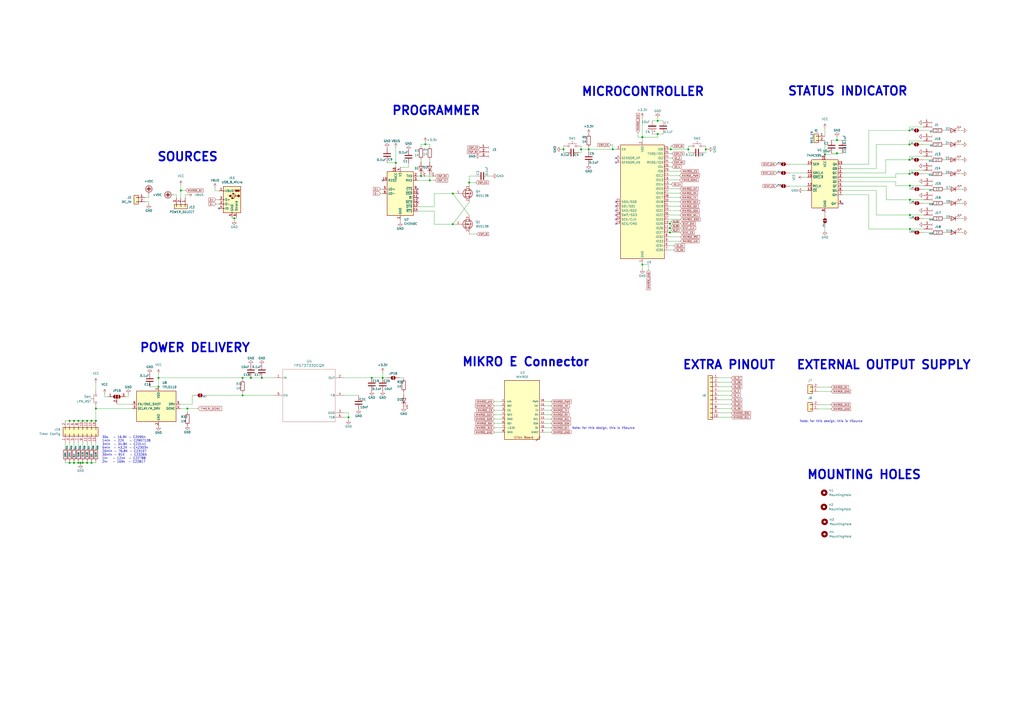
<source format=kicad_sch>
(kicad_sch (version 20231120) (generator "eeschema") (generator_version "8.0")
  (paper "A2")
  (junction (at 202.184 242.062))
  (junction (at 140.716 219.202))
  (junction (at 527.558 92.71))
  (junction (at 388.62 132.334))
  (junction (at 262.636 112.268))
  (junction (at 46.736 268.478))
  (junction (at 55.626 244.094))
  (junction (at 381.508 77.724))
  (junction (at 381.508 70.104))
  (junction (at 527.812 132.842))
  (junction (at 478.536 89.535))
  (junction (at 45.466 244.094))
  (junction (at 527.812 107.696))
  (junction (at 262.636 130.048))
  (junction (at 527.558 75.692))
  (junction (at 55.626 236.982))
  (junction (at 91.948 224.282))
  (junction (at 151.892 219.202))
  (junction (at 42.926 244.094))
  (junction (at 246.761 83.693))
  (junction (at 326.898 86.614))
  (junction (at 221.996 219.202))
  (junction (at 372.618 79.629))
  (junction (at 527.812 124.714))
  (junction (at 45.466 268.478))
  (junction (at 272.161 105.918))
  (junction (at 42.926 268.478))
  (junction (at 135.89 126.619))
  (junction (at 53.086 244.094))
  (junction (at 337.058 86.614))
  (junction (at 388.62 134.874))
  (junction (at 372.618 153.4678))
  (junction (at 341.503 86.614))
  (junction (at 372.618 79.5299))
  (junction (at 355.473 86.614))
  (junction (at 215.646 219.202))
  (junction (at 50.546 268.478))
  (junction (at 249.301 104.648))
  (junction (at 108.712 237.012))
  (junction (at 527.812 115.8769))
  (junction (at 399.288 86.614))
  (junction (at 145.542 219.202))
  (junction (at 104.902 110.49))
  (junction (at 48.006 244.094))
  (junction (at 91.948 219.202))
  (junction (at 40.386 268.478))
  (junction (at 244.221 102.108))
  (junction (at 40.386 244.094))
  (junction (at 53.086 268.478))
  (junction (at 485.521 81.28))
  (junction (at 229.616 94.4371))
  (junction (at 50.546 244.094))
  (junction (at 140.716 229.362))
  (junction (at 48.0047 268.478))
  (junction (at 485.521 88.9))
  (junction (at 409.448 86.614))
  (junction (at 388.62 129.794))
  (junction (at 389.128 86.614))
  (junction (at 527.558 100.838))
  (junction (at 527.558 83.82))
  (no_connect (at 357.378 124.714))
  (no_connect (at 357.378 129.794))
  (no_connect (at 357.378 91.694))
  (no_connect (at 242.316 114.808))
  (no_connect (at 357.378 119.634))
  (no_connect (at 242.316 112.268))
  (no_connect (at 127 120.904))
  (no_connect (at 488.696 118.11))
  (no_connect (at 357.378 94.234))
  (no_connect (at 357.378 127.254))
  (no_connect (at 357.378 117.094))
  (no_connect (at 357.378 122.174))
  (no_connect (at 221.996 104.648))
  (no_connect (at 242.316 109.728))
  (no_connect (at 242.316 117.348))
  (wire (pts (xy 508.254 110.49) (xy 508.254 124.714)))
  (wire (pts (xy 527.558 83.82) (xy 527.812 83.82)))
  (wire (pts (xy 458.2704 100.331) (xy 468.376 100.331)))
  (wire (pts (xy 315.976 243.078) (xy 319.786 243.078)))
  (wire (pts (xy 244.221 84.963) (xy 244.221 83.693)))
  (wire (pts (xy 111.506 229.362) (xy 111.506 234.442)))
  (wire (pts (xy 387.858 119.634) (xy 394.462 119.634)))
  (wire (pts (xy 242.316 102.108) (xy 244.221 102.108)))
  (wire (pts (xy 488.696 110.49) (xy 508.254 110.49)))
  (wire (pts (xy 104.648 236.982) (xy 108.712 237.012)))
  (wire (pts (xy 199.644 242.062) (xy 202.184 242.062)))
  (wire (pts (xy 215.646 219.202) (xy 221.996 219.202)))
  (wire (pts (xy 372.618 153.4678) (xy 372.618 152.654)))
  (wire (pts (xy 272.161 135.763) (xy 272.161 135.128)))
  (wire (pts (xy 315.976 245.618) (xy 319.786 245.618)))
  (wire (pts (xy 48.0047 267.462) (xy 48.0047 268.478)))
  (wire (pts (xy 45.466 268.478) (xy 46.736 268.478)))
  (wire (pts (xy 202.184 239.522) (xy 202.184 242.062)))
  (wire (pts (xy 535.94 115.824) (xy 527.812 115.824)))
  (wire (pts (xy 387.858 104.394) (xy 394.208 104.394)))
  (wire (pts (xy 514.096 107.95) (xy 514.096 115.8769)))
  (wire (pts (xy 488.696 113.03) (xy 503.936 113.03)))
  (wire (pts (xy 519.684 105.41) (xy 519.684 107.696)))
  (wire (pts (xy 488.696 105.41) (xy 519.684 105.41)))
  (wire (pts (xy 399.288 86.614) (xy 399.288 88.519)))
  (wire (pts (xy 547.624 75.692) (xy 548.894 75.692)))
  (wire (pts (xy 503.936 75.692) (xy 527.558 75.692)))
  (wire (pts (xy 55.626 236.982) (xy 76.708 236.982)))
  (wire (pts (xy 381.508 77.724) (xy 381.508 79.629)))
  (wire (pts (xy 244.221 83.693) (xy 246.761 83.693)))
  (wire (pts (xy 424.18 221.742) (xy 417.068 221.742)))
  (wire (pts (xy 315.976 250.698) (xy 319.786 250.698)))
  (wire (pts (xy 224.536 94.4371) (xy 229.616 94.4371)))
  (wire (pts (xy 535.686 98.806) (xy 527.558 98.806)))
  (wire (pts (xy 519.684 100.838) (xy 527.558 100.838)))
  (wire (pts (xy 104.902 110.49) (xy 107.696 110.49)))
  (wire (pts (xy 387.858 94.234) (xy 389.763 94.234)))
  (wire (pts (xy 286.766 237.998) (xy 290.576 237.998)))
  (wire (pts (xy 236.982 97.028) (xy 232.156 97.028)))
  (wire (pts (xy 262.636 130.048) (xy 264.541 130.048)))
  (wire (pts (xy 387.858 106.934) (xy 389.382 106.934)))
  (wire (pts (xy 424.18 236.982) (xy 417.068 236.982)))
  (wire (pts (xy 50.546 268.478) (xy 53.086 268.478)))
  (wire (pts (xy 55.626 259.842) (xy 55.626 256.794)))
  (wire (pts (xy 482.346 88.9) (xy 485.521 88.9)))
  (wire (pts (xy 547.878 117.856) (xy 549.148 117.856)))
  (wire (pts (xy 286.766 240.538) (xy 290.576 240.538)))
  (wire (pts (xy 104.902 110.49) (xy 104.902 114.808)))
  (wire (pts (xy 102.362 113.03) (xy 102.362 114.808)))
  (wire (pts (xy 286.766 250.698) (xy 290.576 250.698)))
  (wire (pts (xy 111.506 229.362) (xy 112.268 229.362)))
  (wire (pts (xy 354.203 84.074) (xy 355.473 84.074)))
  (wire (pts (xy 48.006 244.094) (xy 50.546 244.094)))
  (wire (pts (xy 485.521 88.9) (xy 485.521 89.535)))
  (wire (pts (xy 547.878 134.874) (xy 549.148 134.874)))
  (wire (pts (xy 53.086 259.842) (xy 53.086 256.794)))
  (wire (pts (xy 387.858 99.314) (xy 394.716 99.314)))
  (wire (pts (xy 140.716 227.838) (xy 140.716 229.362)))
  (wire (pts (xy 388.62 128.524) (xy 388.62 129.794)))
  (wire (pts (xy 37.846 267.462) (xy 37.846 268.478)))
  (wire (pts (xy 315.976 235.458) (xy 319.786 235.458)))
  (wire (pts (xy 527.558 98.806) (xy 527.558 100.838)))
  (wire (pts (xy 335.788 88.519) (xy 337.058 88.519)))
  (wire (pts (xy 547.624 92.71) (xy 548.894 92.71)))
  (wire (pts (xy 272.161 117.348) (xy 262.636 130.048)))
  (wire (pts (xy 40.386 244.094) (xy 42.926 244.094)))
  (wire (pts (xy 234.188 219.202) (xy 234.188 219.71)))
  (wire (pts (xy 527.812 117.856) (xy 528.066 117.856)))
  (wire (pts (xy 286.766 243.078) (xy 290.576 243.078)))
  (wire (pts (xy 527.812 134.874) (xy 528.066 134.874)))
  (wire (pts (xy 91.948 216.916) (xy 91.948 219.202)))
  (wire (pts (xy 283.591 102.108) (xy 285.496 102.108)))
  (wire (pts (xy 372.618 68.199) (xy 372.618 79.5299)))
  (wire (pts (xy 108.712 237.012) (xy 108.712 239.268)))
  (wire (pts (xy 399.288 84.709) (xy 399.288 86.614)))
  (wire (pts (xy 337.058 86.614) (xy 337.058 84.709)))
  (wire (pts (xy 151.892 219.202) (xy 159.004 219.202)))
  (wire (pts (xy 224.536 85.598) (xy 224.536 86.106)))
  (wire (pts (xy 527.558 81.788) (xy 527.558 83.82)))
  (wire (pts (xy 246.761 83.693) (xy 249.301 83.693)))
  (wire (pts (xy 249.301 92.583) (xy 249.301 93.853)))
  (wire (pts (xy 478.536 89.535) (xy 478.536 90.17)))
  (wire (pts (xy 556.514 100.838) (xy 558.038 100.838)))
  (wire (pts (xy 145.542 219.202) (xy 151.892 219.202)))
  (wire (pts (xy 55.626 236.474) (xy 55.626 236.982)))
  (wire (pts (xy 370.078 76.962) (xy 370.078 79.5299)))
  (wire (pts (xy 387.858 122.174) (xy 394.462 122.174)))
  (wire (pts (xy 482.092 227.076) (xy 474.98 227.076)))
  (wire (pts (xy 275.971 102.108) (xy 272.161 102.108)))
  (wire (pts (xy 107.442 113.03) (xy 107.442 114.808)))
  (wire (pts (xy 224.536 93.726) (xy 224.536 94.4371)))
  (wire (pts (xy 50.546 244.094) (xy 53.086 244.094)))
  (wire (pts (xy 48.006 267.462) (xy 48.0047 267.462)))
  (wire (pts (xy 514.096 115.8769) (xy 527.812 115.8769)))
  (wire (pts (xy 387.858 137.414) (xy 394.716 137.414)))
  (wire (pts (xy 485.521 79.375) (xy 485.521 81.28)))
  (wire (pts (xy 387.858 145.034) (xy 390.906 145.034)))
  (wire (pts (xy 42.926 268.478) (xy 42.926 267.462)))
  (wire (pts (xy 42.926 259.842) (xy 42.926 256.794)))
  (wire (pts (xy 242.316 119.888) (xy 251.841 119.888)))
  (wire (pts (xy 40.386 259.842) (xy 40.386 256.794)))
  (wire (pts (xy 387.858 117.094) (xy 394.462 117.094)))
  (wire (pts (xy 251.841 112.268) (xy 262.636 112.268)))
  (wire (pts (xy 535.94 107.696) (xy 527.812 107.696)))
  (wire (pts (xy 276.606 135.763) (xy 272.161 135.763)))
  (wire (pts (xy 556.514 83.82) (xy 558.038 83.82)))
  (wire (pts (xy 527.812 109.728) (xy 528.066 109.728)))
  (wire (pts (xy 236.982 94.742) (xy 236.982 97.028)))
  (wire (pts (xy 48.0047 268.478) (xy 50.546 268.478)))
  (wire (pts (xy 50.546 267.462) (xy 50.546 268.478)))
  (wire (pts (xy 410.718 86.614) (xy 409.448 86.614)))
  (wire (pts (xy 527.812 132.842) (xy 527.812 134.874)))
  (wire (pts (xy 220.726 112.268) (xy 221.996 112.268)))
  (wire (pts (xy 389.382 131.064) (xy 388.62 131.064)))
  (wire (pts (xy 535.94 132.842) (xy 527.812 132.842)))
  (wire (pts (xy 387.858 96.774) (xy 389.89 96.774)))
  (wire (pts (xy 409.448 84.709) (xy 409.448 86.614)))
  (wire (pts (xy 140.716 229.362) (xy 159.004 229.362)))
  (wire (pts (xy 535.686 134.874) (xy 540.258 134.874)))
  (wire (pts (xy 389.128 86.614) (xy 387.858 86.614)))
  (wire (pts (xy 326.898 88.519) (xy 326.898 86.614)))
  (wire (pts (xy 519.684 107.696) (xy 527.812 107.696)))
  (wire (pts (xy 387.858 109.474) (xy 394.462 109.474)))
  (wire (pts (xy 272.161 105.918) (xy 275.971 105.918)))
  (wire (pts (xy 251.841 112.268) (xy 251.841 119.888)))
  (wire (pts (xy 394.716 129.794) (xy 388.62 129.794)))
  (wire (pts (xy 86.36 117.094) (xy 84.074 117.094)))
  (wire (pts (xy 104.902 107.442) (xy 104.902 110.49)))
  (wire (pts (xy 424.18 239.522) (xy 417.068 239.522)))
  (wire (pts (xy 488.696 107.95) (xy 514.096 107.95)))
  (wire (pts (xy 272.161 102.108) (xy 272.161 105.918)))
  (wire (pts (xy 503.936 132.842) (xy 527.812 132.842)))
  (wire (pts (xy 488.696 102.87) (xy 519.684 102.87)))
  (wire (pts (xy 229.616 85.598) (xy 229.616 94.4371)))
  (wire (pts (xy 527.812 115.824) (xy 527.812 115.8769)))
  (wire (pts (xy 381.508 79.629) (xy 372.618 79.629)))
  (wire (pts (xy 286.766 235.458) (xy 290.576 235.458)))
  (wire (pts (xy 388.62 132.334) (xy 387.858 132.334)))
  (wire (pts (xy 535.686 73.66) (xy 527.558 73.66)))
  (wire (pts (xy 535.686 109.728) (xy 540.258 109.728)))
  (wire (pts (xy 535.686 126.746) (xy 540.258 126.746)))
  (wire (pts (xy 272.161 124.968) (xy 262.636 112.268)))
  (wire (pts (xy 326.898 86.614) (xy 326.898 84.709)))
  (wire (pts (xy 389.763 84.709) (xy 389.128 84.709)))
  (wire (pts (xy 535.432 92.71) (xy 540.004 92.71)))
  (wire (pts (xy 482.092 224.536) (xy 474.98 224.536)))
  (wire (pts (xy 251.841 122.428) (xy 251.841 130.048)))
  (wire (pts (xy 42.926 244.094) (xy 45.466 244.094)))
  (wire (pts (xy 124.714 108.966) (xy 124.714 110.744)))
  (wire (pts (xy 55.626 236.982) (xy 55.626 244.094)))
  (wire (pts (xy 547.878 109.728) (xy 549.148 109.728)))
  (wire (pts (xy 424.18 242.062) (xy 417.068 242.062)))
  (wire (pts (xy 124.714 110.744) (xy 127 110.744)))
  (wire (pts (xy 229.616 94.4371) (xy 229.616 97.028)))
  (wire (pts (xy 74.422 230.124) (xy 72.898 230.124)))
  (wire (pts (xy 387.858 91.694) (xy 389.89 91.694)))
  (wire (pts (xy 388.62 129.794) (xy 387.858 129.794)))
  (wire (pts (xy 394.716 134.874) (xy 388.62 134.874)))
  (wire (pts (xy 50.546 259.842) (xy 50.546 256.794)))
  (wire (pts (xy 220.726 109.728) (xy 221.996 109.728)))
  (wire (pts (xy 104.648 234.442) (xy 111.506 234.442)))
  (wire (pts (xy 337.058 88.519) (xy 337.058 86.614)))
  (wire (pts (xy 242.316 122.428) (xy 251.841 122.428)))
  (wire (pts (xy 372.618 79.629) (xy 372.618 81.534)))
  (wire (pts (xy 468.376 107.951) (xy 468.376 107.95)))
  (wire (pts (xy 37.846 244.094) (xy 40.386 244.094)))
  (wire (pts (xy 341.503 85.344) (xy 341.503 86.614)))
  (wire (pts (xy 249.301 101.473) (xy 249.301 104.648)))
  (wire (pts (xy 46.736 268.478) (xy 48.0047 268.478)))
  (wire (pts (xy 86.36 114.554) (xy 84.074 114.554)))
  (wire (pts (xy 424.18 226.822) (xy 417.068 226.822)))
  (wire (pts (xy 53.086 268.478) (xy 55.626 268.478)))
  (wire (pts (xy 508.254 97.79) (xy 508.254 83.82)))
  (wire (pts (xy 42.926 268.478) (xy 45.466 268.478)))
  (wire (pts (xy 337.058 86.614) (xy 341.503 86.614)))
  (wire (pts (xy 125.222 115.824) (xy 127 115.824)))
  (wire (pts (xy 468.376 100.331) (xy 468.376 100.33)))
  (wire (pts (xy 519.684 102.87) (xy 519.684 100.838)))
  (wire (pts (xy 74.422 228.346) (xy 74.422 230.124)))
  (wire (pts (xy 387.858 101.854) (xy 394.208 101.854)))
  (wire (pts (xy 527.558 92.71) (xy 527.812 92.71)))
  (wire (pts (xy 86.36 118.364) (xy 86.36 117.094)))
  (wire (pts (xy 547.624 100.838) (xy 548.894 100.838)))
  (wire (pts (xy 199.644 229.362) (xy 208.026 229.362)))
  (wire (pts (xy 503.936 113.03) (xy 503.936 132.842)))
  (wire (pts (xy 527.558 90.678) (xy 527.558 92.71)))
  (wire (pts (xy 482.346 81.28) (xy 485.521 81.28)))
  (wire (pts (xy 134.62 125.984) (xy 134.62 126.619)))
  (wire (pts (xy 370.078 79.5299) (xy 372.618 79.5299)))
  (wire (pts (xy 556.768 126.746) (xy 558.292 126.746)))
  (wire (pts (xy 372.618 79.5299) (xy 372.618 79.629)))
  (wire (pts (xy 244.221 101.473) (xy 244.221 102.108)))
  (wire (pts (xy 86.36 112.776) (xy 86.36 114.554)))
  (wire (pts (xy 389.128 84.709) (xy 389.128 86.614)))
  (wire (pts (xy 547.624 83.82) (xy 548.894 83.82)))
  (wire (pts (xy 67.818 234.442) (xy 67.818 233.934)))
  (wire (pts (xy 221.996 216.154) (xy 221.996 219.202)))
  (wire (pts (xy 231.902 219.202) (xy 234.188 219.202)))
  (wire (pts (xy 53.086 244.094) (xy 55.626 244.094)))
  (wire (pts (xy 286.766 245.618) (xy 290.576 245.618)))
  (wire (pts (xy 478.536 124.206) (xy 478.536 123.19)))
  (wire (pts (xy 535.432 83.82) (xy 540.004 83.82)))
  (wire (pts (xy 140.716 219.202) (xy 145.542 219.202)))
  (wire (pts (xy 508.254 124.714) (xy 527.812 124.714)))
  (wire (pts (xy 376.174 153.4678) (xy 372.618 153.4678)))
  (wire (pts (xy 55.626 221.996) (xy 55.626 226.314)))
  (wire (pts (xy 91.948 219.202) (xy 91.948 224.282)))
  (wire (pts (xy 556.768 109.728) (xy 558.292 109.728)))
  (wire (pts (xy 465.836 110.49) (xy 468.376 110.49)))
  (wire (pts (xy 249.301 104.648) (xy 252.476 104.648)))
  (wire (pts (xy 242.316 104.648) (xy 249.301 104.648)))
  (wire (pts (xy 535.686 90.678) (xy 527.558 90.678)))
  (wire (pts (xy 67.818 234.442) (xy 76.708 234.442)))
  (wire (pts (xy 488.696 95.25) (xy 503.936 95.25)))
  (wire (pts (xy 556.768 117.856) (xy 558.292 117.856)))
  (wire (pts (xy 556.768 134.874) (xy 558.292 134.874)))
  (wire (pts (xy 535.686 117.856) (xy 540.258 117.856)))
  (wire (pts (xy 202.184 242.062) (xy 202.184 243.586)))
  (wire (pts (xy 378.333 77.724) (xy 381.508 77.724)))
  (wire (pts (xy 399.288 86.614) (xy 389.128 86.614)))
  (wire (pts (xy 91.948 219.202) (xy 140.716 219.202)))
  (wire (pts (xy 328.168 88.519) (xy 326.898 88.519)))
  (wire (pts (xy 527.812 124.714) (xy 527.812 126.746)))
  (wire (pts (xy 478.536 133.858) (xy 478.536 131.826)))
  (wire (pts (xy 389.382 128.524) (xy 388.62 128.524)))
  (wire (pts (xy 389.382 133.604) (xy 388.62 133.604)))
  (wire (pts (xy 381.508 68.199) (xy 381.508 70.104)))
  (wire (pts (xy 315.976 232.918) (xy 319.786 232.918)))
  (wire (pts (xy 234.188 227.33) (xy 234.188 228.6)))
  (wire (pts (xy 527.558 100.838) (xy 527.812 100.838)))
  (wire (pts (xy 45.466 259.842) (xy 45.466 256.794)))
  (wire (pts (xy 114.808 236.982) (xy 108.712 236.982)))
  (wire (pts (xy 60.706 230.124) (xy 62.738 230.124)))
  (wire (pts (xy 465.836 102.87) (xy 468.376 102.87)))
  (wire (pts (xy 53.086 267.462) (xy 53.086 268.478)))
  (wire (pts (xy 199.644 239.522) (xy 202.184 239.522)))
  (wire (pts (xy 503.936 95.25) (xy 503.936 75.692)))
  (wire (pts (xy 40.386 268.478) (xy 42.926 268.478)))
  (wire (pts (xy 286.766 232.918) (xy 290.576 232.918)))
  (wire (pts (xy 409.448 86.614) (xy 409.448 88.519)))
  (wire (pts (xy 424.18 219.202) (xy 417.068 219.202)))
  (wire (pts (xy 547.878 126.746) (xy 549.148 126.746)))
  (wire (pts (xy 387.858 127.254) (xy 394.716 127.254)))
  (wire (pts (xy 488.696 97.79) (xy 508.254 97.79)))
  (wire (pts (xy 508.254 83.82) (xy 527.558 83.82)))
  (wire (pts (xy 208.026 229.362) (xy 208.026 229.87)))
  (wire (pts (xy 527.812 115.8769) (xy 527.812 117.856)))
  (wire (pts (xy 381.508 77.724) (xy 384.683 77.724)))
  (wire (pts (xy 387.858 112.014) (xy 394.462 112.014)))
  (wire (pts (xy 399.288 88.519) (xy 400.558 88.519)))
  (wire (pts (xy 535.432 75.692) (xy 540.004 75.692)))
  (wire (pts (xy 394.716 132.334) (xy 388.62 132.334)))
  (wire (pts (xy 37.846 259.842) (xy 37.846 256.794)))
  (wire (pts (xy 135.89 126.619) (xy 134.62 126.619)))
  (wire (pts (xy 387.858 89.154) (xy 389.763 89.154)))
  (wire (pts (xy 40.386 267.462) (xy 40.386 268.478)))
  (wire (pts (xy 199.644 219.202) (xy 215.646 219.202)))
  (wire (pts (xy 244.221 92.583) (xy 244.221 93.853)))
  (wire (pts (xy 315.976 240.538) (xy 319.786 240.538)))
  (wire (pts (xy 341.503 86.614) (xy 341.503 87.884)))
  (wire (pts (xy 535.686 81.788) (xy 527.558 81.788)))
  (wire (pts (xy 478.536 81.534) (xy 478.536 89.535)))
  (wire (pts (xy 388.62 134.874) (xy 387.858 134.874)))
  (wire (pts (xy 286.766 248.158) (xy 290.576 248.158)))
  (wire (pts (xy 535.432 100.838) (xy 540.004 100.838)))
  (wire (pts (xy 556.514 92.71) (xy 558.038 92.71)))
  (wire (pts (xy 394.462 114.554) (xy 387.858 114.554)))
  (wire (pts (xy 485.521 89.535) (xy 478.536 89.535)))
  (wire (pts (xy 315.976 237.998) (xy 319.786 237.998)))
  (wire (pts (xy 46.736 268.478) (xy 46.736 269.24)))
  (wire (pts (xy 513.842 100.33) (xy 513.842 92.71)))
  (wire (pts (xy 387.858 142.494) (xy 390.906 142.494)))
  (wire (pts (xy 388.62 133.604) (xy 388.62 134.874)))
  (wire (pts (xy 325.628 86.614) (xy 326.898 86.614)))
  (wire (pts (xy 140.716 220.218) (xy 140.716 219.202)))
  (wire (pts (xy 125.222 118.364) (xy 127 118.364)))
  (wire (pts (xy 424.18 224.282) (xy 417.068 224.282)))
  (wire (pts (xy 388.62 131.064) (xy 388.62 132.334)))
  (wire (pts (xy 381.508 70.104) (xy 384.683 70.104)))
  (wire (pts (xy 355.473 86.614) (xy 357.378 86.614)))
  (wire (pts (xy 108.712 236.982) (xy 108.712 237.012)))
  (wire (pts (xy 478.536 74.422) (xy 478.536 78.994)))
  (wire (pts (xy 488.696 100.33) (xy 513.842 100.33)))
  (wire (pts (xy 48.006 259.842) (xy 48.006 256.794)))
  (wire (pts (xy 315.976 248.158) (xy 319.786 248.158)))
  (wire (pts (xy 527.812 107.696) (xy 527.812 109.728)))
  (wire (pts (xy 527.812 126.746) (xy 528.066 126.746)))
  (wire (pts (xy 249.301 83.693) (xy 249.301 84.963)))
  (wire (pts (xy 60.706 228.346) (xy 60.706 230.124)))
  (wire (pts (xy 485.521 81.28) (xy 488.696 81.28)))
  (wire (pts (xy 372.618 156.21) (xy 372.618 153.4678)))
  (wire (pts (xy 424.18 229.362) (xy 417.068 229.362)))
  (wire (pts (xy 341.503 86.614) (xy 355.473 86.614)))
  (wire (pts (xy 246.761 82.423) (xy 246.761 83.693)))
  (wire (pts (xy 137.16 126.619) (xy 135.89 126.619)))
  (wire (pts (xy 424.18 231.902) (xy 417.068 231.902)))
  (wire (pts (xy 387.858 139.954) (xy 394.716 139.954)))
  (wire (pts (xy 527.558 73.66) (xy 527.558 75.692)))
  (wire (pts (xy 45.466 244.094) (xy 48.006 244.094)))
  (wire (pts (xy 232.156 127.508) (xy 232.156 128.778)))
  (wire (pts (xy 482.092 237.236) (xy 474.98 237.236)))
  (wire (pts (xy 100.584 113.03) (xy 102.362 113.03)))
  (wire (pts (xy 556.514 75.692) (xy 558.038 75.692)))
  (wire (pts (xy 135.89 126.619) (xy 135.89 127.889)))
  (wire (pts (xy 37.846 268.478) (xy 40.386 268.478)))
  (wire (pts (xy 45.466 267.462) (xy 45.466 268.478)))
  (wire (pts (xy 221.996 219.202) (xy 224.282 219.202)))
  (wire (pts (xy 355.473 84.074) (xy 355.473 86.614)))
  (wire (pts (xy 86.868 224.282) (xy 91.948 224.282)))
  (wire (pts (xy 424.18 234.442) (xy 417.068 234.442)))
  (wire (pts (xy 527.558 75.692) (xy 527.812 75.692)))
  (wire (pts (xy 485.521 88.9) (xy 488.696 88.9)))
  (wire (pts (xy 468.376 95.25) (xy 458.2704 95.25)))
  (wire (pts (xy 244.221 102.108) (xy 252.476 102.108)))
  (wire (pts (xy 376.174 156.718) (xy 376.174 153.4678)))
  (wire (pts (xy 251.841 130.048) (xy 262.636 130.048)))
  (wire (pts (xy 408.178 88.519) (xy 409.448 88.519)))
  (wire (pts (xy 513.842 92.71) (xy 527.558 92.71)))
  (wire (pts (xy 137.16 125.984) (xy 137.16 126.619)))
  (wire (pts (xy 55.626 267.462) (xy 55.626 268.478)))
  (wire (pts (xy 535.94 124.714) (xy 527.812 124.714)))
  (wire (pts (xy 387.858 124.714) (xy 394.462 124.714)))
  (wire (pts (xy 262.636 112.268) (xy 264.541 112.268)))
  (wire (pts (xy 378.333 70.104) (xy 381.508 70.104)))
  (wire (pts (xy 458.2704 95.25) (xy 458.2704 95.251)))
  (wire (pts (xy 119.888 229.362) (xy 140.716 229.362)))
  (wire (pts (xy 272.161 107.188) (xy 272.161 105.918)))
  (wire (pts (xy 458.2704 107.951) (xy 468.376 107.951)))
  (wire (pts (xy 482.092 234.696) (xy 474.98 234.696)))
  (wire (pts (xy 108.712 113.03) (xy 107.442 113.03)))
  (text "MICROCONTROLLER" (at 337.058 56.134 0) (effects (font (size 5 5) (thickness 1) (bold yes)) (justify left bottom)))
  (text "Note: for this design, this is VSource" (at 482.1825 244.4491 0) (effects (font (size 1.27 1.27))))
  (text "PROGRAMMER" (at 227.076 67.183 0) (effects (font (size 5 5) (thickness 1) (bold yes)) (justify left bottom)))
  (text "POWER DELIVERY" (at 80.772 204.724 0) (effects (font (size 5 5) (thickness 1) (bold yes)) (justify left bottom)))
  (text "STATUS INDICATOR" (at 456.692 55.88 0) (effects (font (size 5 5) (thickness 1) (bold yes)) (justify left bottom)))
  (text "MIKRO E Connector" (at 267.7735 212.9354 0) (effects (font (size 5 5) (thickness 1) (bold yes)) (justify left bottom)))
  (text "Note: for this design, this is VSource" (at 350.012 248.412 0) (effects (font (size 1.27 1.27))))
  (text "SOURCES" (at 90.932 93.98 0) (effects (font (size 5 5) (thickness 1) (bold yes)) (justify left bottom)))
  (text "MOUNTING HOLES" (at 467.868 278.384 0) (effects (font (size 5 5) (thickness 1) (bold yes)) (justify left bottom)))
  (text "EXTRA PINOUT" (at 395.732 214.63 0) (effects (font (size 5 5) (thickness 1) (bold yes)) (justify left bottom)))
  (text "EXTERNAL OUTPUT SUPPLY" (at 461.7513 214.6598 0) (effects (font (size 5 5) (thickness 1) (bold yes)) (justify left bottom)))
  (text "30s   - 16.9K - C25954\n1min  - 22K   - C2907128\n3min  - 34.8K - C23141\n5min  - 43.2K - C423034\n20min - 76.8K - C23107\n30min - 91K   - C23265\n1hr   - 124K  - C22788\n2hr   - 169k  - C22817\n" (at 59.182 260.858 0) (effects (font (size 1.27 1.27)) (justify left)))
  (global_label "MIKROE_PWM" (shape input) (at 394.208 101.854 0) (effects (font (size 1.016 1.016))) (property "Intersheetrefs" "${INTERSHEET_REFS}" (effects (hide yes))))
  (global_label "MIKROE_RX" (shape input) (at 394.462 112.014 0) (effects (font (size 1.016 1.016))) (property "Intersheetrefs" "${INTERSHEET_REFS}" (effects (hide yes))))
  (global_label "ESP_I0" (shape input) (at 276.606 135.763 0) (effects (font (size 1 1))) (property "Intersheetrefs" "${INTERSHEET_REFS}" (effects (hide yes))))
  (global_label "MIKROE_CS" (shape input) (at 394.716 99.314 0) (effects (font (size 1.016 1.016))) (property "Intersheetrefs" "${INTERSHEET_REFS}" (effects (hide yes))))
  (global_label "ESP_RX" (shape input) (at 389.763 94.234 0) (effects (font (size 1 1))) (property "Intersheetrefs" "${INTERSHEET_REFS}" (effects (hide yes))))
  (global_label "MIKROE_GND" (shape input) (at 482.092 237.236 0) (effects (font (size 1.016 1.016))) (property "Intersheetrefs" "${INTERSHEET_REFS}" (effects (hide yes))))
  (global_label "IO_27" (shape input) (at 424.18 219.202 0) (effects (font (size 1.016 1.016))) (property "Intersheetrefs" "${INTERSHEET_REFS}" (effects (hide yes))))
  (global_label "IO_4" (shape input) (at 424.18 229.362 0) (effects (font (size 1.016 1.016))) (property "Intersheetrefs" "${INTERSHEET_REFS}" (effects (hide yes))))
  (global_label "MIKROE_SDO" (shape input) (at 394.716 127.254 0) (effects (font (size 1.016 1.016))) (property "Intersheetrefs" "${INTERSHEET_REFS}" (effects (hide yes))))
  (global_label "MIKROE_3V3" (shape input) (at 286.766 248.158 180) (effects (font (size 1.016 1.016))) (property "Intersheetrefs" "${INTERSHEET_REFS}" (effects (hide yes))))
  (global_label "MIKROE_AIN" (shape input) (at 394.716 139.954 0) (effects (font (size 1.016 1.016))) (property "Intersheetrefs" "${INTERSHEET_REFS}" (effects (hide yes))))
  (global_label "STAT_DIN" (shape input) (at 450.6504 95.251 180) (effects (font (size 1.016 1.016))) (property "Intersheetrefs" "${INTERSHEET_REFS}" (effects (hide yes))))
  (global_label "MIKROE_5V" (shape input) (at 319.786 248.158 0) (effects (font (size 1.016 1.016))) (property "Intersheetrefs" "${INTERSHEET_REFS}" (effects (hide yes))))
  (global_label "D-" (shape input) (at 220.726 112.268 180) (effects (font (size 1.016 1.016))) (property "Intersheetrefs" "${INTERSHEET_REFS}" (effects (hide yes))))
  (global_label "STAT_DIN" (shape input) (at 394.716 129.794 0) (effects (font (size 1.016 1.016))) (property "Intersheetrefs" "${INTERSHEET_REFS}" (effects (hide yes))))
  (global_label "MIKROE_AIN" (shape input) (at 286.766 232.918 180) (effects (font (size 1.016 1.016))) (property "Intersheetrefs" "${INTERSHEET_REFS}" (effects (hide yes))))
  (global_label "MIKROE_RST" (shape input) (at 286.766 235.458 180) (effects (font (size 1.016 1.016))) (property "Intersheetrefs" "${INTERSHEET_REFS}" (effects (hide yes))))
  (global_label "IO_25" (shape input) (at 424.18 224.282 0) (effects (font (size 1.016 1.016))) (property "Intersheetrefs" "${INTERSHEET_REFS}" (effects (hide yes))))
  (global_label "MIKROE_SDO" (shape input) (at 286.766 243.078 180) (effects (font (size 1.016 1.016))) (property "Intersheetrefs" "${INTERSHEET_REFS}" (effects (hide yes))))
  (global_label "ESP_TX" (shape input) (at 252.476 104.648 0) (effects (font (size 1 1))) (property "Intersheetrefs" "${INTERSHEET_REFS}" (effects (hide yes))))
  (global_label "MIKROE_TX" (shape input) (at 394.462 114.554 0) (effects (font (size 1.016 1.016))) (property "Intersheetrefs" "${INTERSHEET_REFS}" (effects (hide yes))))
  (global_label "MIKROE_GND" (shape input) (at 376.174 156.718 270) (effects (font (size 1.016 1.016))) (property "Intersheetrefs" "${INTERSHEET_REFS}" (effects (hide yes))))
  (global_label "TIMER_DONE" (shape input) (at 394.208 104.394 0) (effects (font (size 1 1))) (property "Intersheetrefs" "${INTERSHEET_REFS}" (effects (hide yes))))
  (global_label "TIMER_DONE" (shape input) (at 114.808 236.982 0) (property "Intersheetrefs" "${INTERSHEET_REFS}" (effects (hide yes))))
  (global_label "IO_34" (shape input) (at 424.18 234.442 0) (effects (font (size 1.016 1.016))) (property "Intersheetrefs" "${INTERSHEET_REFS}" (effects (hide yes))))
  (global_label "IO_35" (shape input) (at 424.18 236.982 0) (effects (font (size 1.016 1.016))) (property "Intersheetrefs" "${INTERSHEET_REFS}" (effects (hide yes))))
  (global_label "MIKROE_5V" (shape input) (at 107.696 110.49 0) (effects (font (size 1.016 1.016))) (property "Intersheetrefs" "${INTERSHEET_REFS}" (effects (hide yes))))
  (global_label "MIKROE_3V3" (shape input) (at 370.078 76.962 90) (effects (font (size 1.016 1.016))) (property "Intersheetrefs" "${INTERSHEET_REFS}" (effects (hide yes))))
  (global_label "MIKROE_TX" (shape input) (at 319.786 237.998 0) (effects (font (size 1.016 1.016))) (property "Intersheetrefs" "${INTERSHEET_REFS}" (effects (hide yes))))
  (global_label "ESP_RX" (shape input) (at 278.511 88.138 180) (effects (font (size 1 1))) (property "Intersheetrefs" "${INTERSHEET_REFS}" (effects (hide yes))))
  (global_label "STAT_CS" (shape input) (at 450.6504 107.951 180) (effects (font (size 1.016 1.016))) (property "Intersheetrefs" "${INTERSHEET_REFS}" (effects (hide yes))))
  (global_label "IO_2" (shape input) (at 424.18 226.822 0) (effects (font (size 1.016 1.016))) (property "Intersheetrefs" "${INTERSHEET_REFS}" (effects (hide yes))))
  (global_label "IO_14" (shape input) (at 424.18 231.902 0) (effects (font (size 1.016 1.016))) (property "Intersheetrefs" "${INTERSHEET_REFS}" (effects (hide yes))))
  (global_label "STAT_CS" (shape input) (at 394.716 134.874 0) (effects (font (size 1.016 1.016))) (property "Intersheetrefs" "${INTERSHEET_REFS}" (effects (hide yes))))
  (global_label "MIKROE_SDI" (shape input) (at 394.462 119.634 0) (effects (font (size 1.016 1.016))) (property "Intersheetrefs" "${INTERSHEET_REFS}" (effects (hide yes))))
  (global_label "MIKROE_INT" (shape input) (at 394.462 109.474 0) (effects (font (size 1.016 1.016))) (property "Intersheetrefs" "${INTERSHEET_REFS}" (effects (hide yes))))
  (global_label "D+" (shape input) (at 125.222 115.824 180) (effects (font (size 1.016 1.016))) (property "Intersheetrefs" "${INTERSHEET_REFS}" (effects (hide yes))))
  (global_label "MIKROE_5V" (shape input) (at 482.092 224.536 0) (effects (font (size 1.016 1.016))) (property "Intersheetrefs" "${INTERSHEET_REFS}" (effects (hide yes))))
  (global_label "IO_27" (shape input) (at 389.382 133.604 0) (effects (font (size 0.762 0.762))) (property "Intersheetrefs" "${INTERSHEET_REFS}" (effects (hide yes))))
  (global_label "IO_14" (shape input) (at 389.382 106.934 0) (effects (font (size 1.016 1.016))) (property "Intersheetrefs" "${INTERSHEET_REFS}" (effects (hide yes))))
  (global_label "STAT_CLK" (shape input) (at 450.6504 100.331 180) (effects (font (size 1.016 1.016))) (property "Intersheetrefs" "${INTERSHEET_REFS}" (effects (hide yes))))
  (global_label "MIKROE_SDA" (shape input) (at 319.786 245.618 0) (effects (font (size 1.016 1.016))) (property "Intersheetrefs" "${INTERSHEET_REFS}" (effects (hide yes))))
  (global_label "MIKROE_GND" (shape input) (at 286.766 250.698 180) (effects (font (size 1.016 1.016))) (property "Intersheetrefs" "${INTERSHEET_REFS}" (effects (hide yes))))
  (global_label "MIKROE_RX" (shape input) (at 319.786 240.538 0) (effects (font (size 1.016 1.016))) (property "Intersheetrefs" "${INTERSHEET_REFS}" (effects (hide yes))))
  (global_label "ESP_EN" (shape input) (at 275.971 105.918 0) (effects (font (size 1 1))) (property "Intersheetrefs" "${INTERSHEET_REFS}" (effects (hide yes))))
  (global_label "ESP_TX" (shape input) (at 389.763 89.154 0) (effects (font (size 1 1))) (property "Intersheetrefs" "${INTERSHEET_REFS}" (effects (hide yes))))
  (global_label "IO_35" (shape input) (at 390.906 145.034 0) (effects (font (size 1.016 1.016))) (property "Intersheetrefs" "${INTERSHEET_REFS}" (effects (hide yes))))
  (global_label "IO_2" (shape input) (at 389.89 91.694 0) (effects (font (size 1.016 1.016))) (property "Intersheetrefs" "${INTERSHEET_REFS}" (effects (hide yes))))
  (global_label "MIKROE_SDA" (shape input) (at 394.462 122.174 0) (effects (font (size 1.016 1.016))) (property "Intersheetrefs" "${INTERSHEET_REFS}" (effects (hide yes))))
  (global_label "IO_26" (shape input) (at 389.382 131.064 0) (effects (font (size 0.762 0.762))) (property "Intersheetrefs" "${INTERSHEET_REFS}" (effects (hide yes))))
  (global_label "ESP_I0" (shape input) (at 389.763 84.709 0) (effects (font (size 1 1))) (property "Intersheetrefs" "${INTERSHEET_REFS}" (effects (hide yes))))
  (global_label "MIKROE_INT" (shape input) (at 319.786 235.458 0) (effects (font (size 1.016 1.016))) (property "Intersheetrefs" "${INTERSHEET_REFS}" (effects (hide yes))))
  (global_label "MIKROE_SCL" (shape input) (at 424.18 242.062 0) (effects (font (size 1.016 1.016))) (property "Intersheetrefs" "${INTERSHEET_REFS}" (effects (hide yes))))
  (global_label "D+" (shape input) (at 220.726 109.728 180) (effects (font (size 1.016 1.016))) (property "Intersheetrefs" "${INTERSHEET_REFS}" (effects (hide yes))))
  (global_label "MIKROE_GND" (shape input) (at 482.092 227.076 0) (effects (font (size 1.016 1.016))) (property "Intersheetrefs" "${INTERSHEET_REFS}" (effects (hide yes))))
  (global_label "MIKROE_PWM" (shape input) (at 319.786 232.918 0) (effects (font (size 1.016 1.016))) (property "Intersheetrefs" "${INTERSHEET_REFS}" (effects (hide yes))))
  (global_label "IO_4" (shape input) (at 389.89 96.774 0) (effects (font (size 1.016 1.016))) (property "Intersheetrefs" "${INTERSHEET_REFS}" (effects (hide yes))))
  (global_label "MIKROE_SDA" (shape input) (at 424.18 239.522 0) (effects (font (size 1.016 1.016))) (property "Intersheetrefs" "${INTERSHEET_REFS}" (effects (hide yes))))
  (global_label "ESP_TX" (shape input) (at 278.511 85.598 180) (effects (font (size 1 1))) (property "Intersheetrefs" "${INTERSHEET_REFS}" (effects (hide yes))))
  (global_label "MIKROE_CS" (shape input) (at 286.766 237.998 180) (effects (font (size 1.016 1.016))) (property "Intersheetrefs" "${INTERSHEET_REFS}" (effects (hide yes))))
  (global_label "MIKROE_SDI" (shape input) (at 286.766 245.618 180) (effects (font (size 1.016 1.016))) (property "Intersheetrefs" "${INTERSHEET_REFS}" (effects (hide yes))))
  (global_label "ESP_RX" (shape input) (at 252.476 102.108 0) (effects (font (size 1 1))) (property "Intersheetrefs" "${INTERSHEET_REFS}" (effects (hide yes))))
  (global_label "MIKROE_GND" (shape input) (at 319.786 250.698 0) (effects (font (size 1.016 1.016))) (property "Intersheetrefs" "${INTERSHEET_REFS}" (effects (hide yes))))
  (global_label "IO_34" (shape input) (at 390.906 142.494 0) (effects (font (size 1.016 1.016))) (property "Intersheetrefs" "${INTERSHEET_REFS}" (effects (hide yes))))
  (global_label "STAT_CLK" (shape input) (at 394.716 132.334 0) (effects (font (size 1.016 1.016))) (property "Intersheetrefs" "${INTERSHEET_REFS}" (effects (hide yes))))
  (global_label "IO_25" (shape input) (at 389.382 128.524 0) (effects (font (size 0.762 0.762))) (property "Intersheetrefs" "${INTERSHEET_REFS}" (effects (hide yes))))
  (global_label "MIKROE_SCK" (shape input) (at 286.766 240.538 180) (effects (font (size 1.016 1.016))) (property "Intersheetrefs" "${INTERSHEET_REFS}" (effects (hide yes))))
  (global_label "MIKROE_SCL" (shape input) (at 394.462 124.714 0) (effects (font (size 1.016 1.016))) (property "Intersheetrefs" "${INTERSHEET_REFS}" (effects (hide yes))))
  (global_label "MIKROE_SCK" (shape input) (at 394.462 117.094 0) (effects (font (size 1.016 1.016))) (property "Intersheetrefs" "${INTERSHEET_REFS}" (effects (hide yes))))
  (global_label "D-" (shape input) (at 125.222 118.364 180) (effects (font (size 1.016 1.016))) (property "Intersheetrefs" "${INTERSHEET_REFS}" (effects (hide yes))))
  (global_label "MIKROE_3V3" (shape input) (at 482.092 234.696 0) (effects (font (size 1.016 1.016))) (property "Intersheetrefs" "${INTERSHEET_REFS}" (effects (hide yes))))
  (global_label "IO_26" (shape input) (at 424.18 221.742 0) (effects (font (size 1.016 1.016))) (property "Intersheetrefs" "${INTERSHEET_REFS}" (effects (hide yes))))
  (global_label "MIKROE_RST" (shape input) (at 394.716 137.414 0) (effects (font (size 1.016 1.016))) (property "Intersheetrefs" "${INTERSHEET_REFS}" (effects (hide yes))))
  (global_label "ESP_EN" (shape input) (at 354.203 84.074 180) (effects (font (size 1 1))) (property "Intersheetrefs" "${INTERSHEET_REFS}" (effects (hide yes))))
  (global_label "MIKROE_SCL" (shape input) (at 319.786 243.078 0) (effects (font (size 1.016 1.016))) (property "Intersheetrefs" "${INTERSHEET_REFS}" (effects (hide yes))))
  (symbol (lib_id "power:+3.3V") (at 341.503 77.724 0) (unit 1)
    (property "Reference" "#PWR017" (effects (hide yes)))
    (property "Value" "+3.3V" (at 341.503 73.279 0))
  )
  (symbol (lib_id "power:GND") (at 410.718 86.614 90) (unit 1)
    (property "Reference" "#PWR016" (effects (hide yes)))
    (property "Value" "GND" (at 414.528 86.614 0))
    (property "Description" "Power symbol creates a global label with name \"GND\" , ground" (effects (hide yes)))
  )
  (symbol (lib_id "power:GND") (at 558.292 134.874 90) (unit 1)
    (property "Reference" "#PWR057" (effects (hide yes)))
    (property "Value" "GND" (effects (hide yes)))
    (property "Description" "Power symbol creates a global label with name \"GND\" , ground" (effects (hide yes)))
  )
  (symbol (lib_id "74xx:74HC595") (at 478.536 105.41 0) (unit 1)
    (property "Reference" "U1" (at 474.091 86.995 0) (effects (justify left)))
    (property "Value" "74HC595" (at 467.741 90.17 0) (effects (justify left)))
    (property "Footprint" "Package_SO:SOIC-16_3.9x9.9mm_P1.27mm" (effects (hide yes)))
    (property "Datasheet" "http://www.ti.com/lit/ds/symlink/sn74hc595.pdf" (effects (hide yes)))
    (property "LCSC" "C5947" (effects (hide yes)))
  )
  (symbol (lib_id "power:GND") (at 535.94 113.284 270) (unit 1)
    (property "Reference" "#PWR051" (effects (hide yes)))
    (property "Value" "GND" (effects (hide yes)))
    (property "Description" "Power symbol creates a global label with name \"GND\" , ground" (effects (hide yes)))
  )
  (symbol (lib_id "Device:C") (at 331.978 88.519 90) (unit 1)
    (property "Reference" "C4" (at 335.788 89.789 90) (effects (justify left)))
    (property "Value" "0.1uF" (at 330.708 89.789 90) (effects (justify left)))
    (property "Footprint" "Capacitor_SMD:C_0402_1005Metric" (effects (hide yes)))
    (property "LCSC" " C60474" (effects (hide yes)))
  )
  (symbol (lib_id "Device:LED") (at 552.704 100.838 180) (unit 1)
    (property "Reference" "D6" (at 548.386 99.822 0) (effects (justify right)))
    (property "Value" "LED" (effects (hide yes)))
    (property "Footprint" "LED_SMD:LED_0805_2012Metric_Pad1.15x1.40mm_HandSolder" (effects (hide yes)))
    (property "LCSC" "C2297" (effects (hide yes)))
  )
  (symbol (lib_id "power:GND") (at 208.026 237.49 0) (unit 1)
    (property "Reference" "#PWR075" (effects (hide yes)))
    (property "Value" "GND" (at 208.026 241.3 0))
    (property "Description" "Power symbol creates a global label with name \"GND\" , ground" (effects (hide yes)))
  )
  (symbol (lib_id "power:GND") (at 232.156 128.778 0) (unit 1)
    (property "Reference" "#PWR01" (effects (hide yes)))
    (property "Value" "GND" (at 232.156 132.588 0))
    (property "Description" "Power symbol creates a global label with name \"GND\" , ground" (effects (hide yes)))
  )
  (symbol (lib_id "power:VBUS") (at 229.616 85.598 0) (mirror y) (unit 1)
    (property "Reference" "#PWR04" (effects (hide yes)))
    (property "Value" "VBUS" (at 229.616 81.788 0))
    (property "Description" "Power symbol creates a global label with name \"VBUS\"" (effects (hide yes)))
  )
  (symbol (lib_id "power:+VDC") (at 100.584 113.03 90) (unit 1)
    (property "Reference" "#PWR041" (effects (hide yes)))
    (property "Value" "+VDC" (at 93.98 113.0299 90) (effects (justify left)))
    (property "Description" "Power symbol creates a global label with name \"+VDC\"" (effects (hide yes)))
  )
  (symbol (lib_id "2024-09-21_14-21-20:TPS73733DCQR") (at 179.324 229.362 0) (unit 1)
    (property "Reference" "U4" (at 179.324 209.55 0) (effects (font (size 1.524 1.524))))
    (property "Value" "TPS73733DCQR" (at 179.324 212.09 0) (effects (font (size 1.524 1.524))))
    (property "Footprint" "ICPH:DCQ0006A" (effects (hide yes)))
    (property "Datasheet" "TPS73733DCQR" (effects (hide yes)))
    (property "LCSC" "C31334" (effects (hide yes)))
  )
  (symbol (lib_id "Jumper:SolderJumper_2_Open") (at 531.622 75.692 0) (unit 1) (exclude_from_sim yes) (in_bom no)
    (property "Reference" "JP3" (at 529.082 74.93 0) (effects (font (size 0.635 0.635))))
    (property "Value" "SolderJumper_2_Open" (effects (hide yes)))
    (property "Footprint" "Jumper:SolderJumper-2_P1.3mm_Open_Pad1.0x1.5mm" (effects (hide yes)))
    (property "Description" "Solder Jumper, 2-pole, open" (effects (hide yes)))
  )
  (symbol (lib_id "Jumper:SolderJumper_3_Open") (at 67.818 230.124 0) (unit 1) (exclude_from_sim yes) (in_bom no)
    (property "Reference" "JP16" (at 67.818 226.568 0))
    (property "Value" "SolderJumper_3_Open" (effects (hide yes)))
    (property "Footprint" "Jumper:SolderJumper-3_P1.3mm_Open_Pad1.0x1.5mm" (effects (hide yes)))
    (property "Description" "Solder Jumper, 3-pole, open" (effects (hide yes)))
  )
  (symbol (lib_id "Device:R") (at 48.006 263.652 0) (unit 1)
    (property "Reference" "R26" (at 49.022 260.858 90) (effects (font (size 0.762 0.762)) (justify left)))
    (property "Value" "43.2K" (at 48.006 265.43 90) (effects (font (size 0.762 0.762)) (justify left)))
    (property "Footprint" "Resistor_SMD:R_0603_1608Metric_Pad0.98x0.95mm_HandSolder" (effects (hide yes)))
    (property "LCSC" "C423034" (effects (hide yes)))
  )
  (symbol (lib_id "Jumper:SolderJumper_2_Open") (at 454.4604 107.951 0) (unit 1) (exclude_from_sim yes) (in_bom no)
    (property "Reference" "JP15" (at 451.9204 107.189 0) (effects (font (size 0.635 0.635))))
    (property "Value" "SolderJumper_2_Open" (effects (hide yes)))
    (property "Footprint" "Jumper:SolderJumper-2_P1.3mm_Open_Pad1.0x1.5mm" (effects (hide yes)))
    (property "Description" "Solder Jumper, 2-pole, open" (effects (hide yes)))
  )
  (symbol (lib_id "Connector_Generic:Conn_02x08_Odd_Even") (at 45.466 251.714 90) (unit 1)
    (property "Reference" "J19" (at 35.052 249.1739 90) (effects (justify left)))
    (property "Value" "Timer Config" (at 35.052 251.7139 90) (effects (justify left)))
    (property "Footprint" "Connector_IDC:IDC-Header_2x08_P2.54mm_Vertical" (effects (hide yes)))
    (property "Description" "Generic connector, double row, 02x08, odd/even pin numbering scheme (row 1 odd numbers, row 2 even numbers), script generated (kicad-library-utils/schlib/autogen/connector/)" (effects (hide yes)))
  )
  (symbol (lib_id "power:GND") (at 558.038 75.692 90) (unit 1)
    (property "Reference" "#PWR022" (effects (hide yes)))
    (property "Value" "GND" (effects (hide yes)))
    (property "Description" "Power symbol creates a global label with name \"GND\" , ground" (effects (hide yes)))
  )
  (symbol (lib_id "Device:C") (at 488.696 85.09 0) (unit 1)
    (property "Reference" "C15" (at 489.966 88.9 90) (effects (justify left)))
    (property "Value" "0.1uF" (at 489.966 83.82 90) (effects (justify left)))
    (property "Footprint" "Capacitor_SMD:C_0402_1005Metric" (effects (hide yes)))
    (property "LCSC" " C60474" (effects (hide yes)))
  )
  (symbol (lib_id "Device:C") (at 224.536 89.916 0) (mirror y) (unit 1)
    (property "Reference" "C9" (at 227.711 92.456 0) (effects (justify left)))
    (property "Value" "0.1uF" (at 224.028 92.71 0) (effects (justify left)))
    (property "Footprint" "Capacitor_SMD:C_0402_1005Metric" (effects (hide yes)))
    (property "LCSC" " C60474" (effects (hide yes)))
  )
  (symbol (lib_id "Connector_Generic:Conn_01x03") (at 104.902 119.888 270) (unit 1)
    (property "Reference" "J12" (at 109.474 120.142 90) (effects (justify left)))
    (property "Value" "POWER_SELECT" (at 98.298 122.936 90) (effects (justify left)))
    (property "Footprint" "Connector_PinHeader_2.54mm:PinHeader_1x03_P2.54mm_Vertical" (effects (hide yes)))
    (property "Description" "Generic connector, single row, 01x03, script generated (kicad-library-utils/schlib/autogen/connector/)" (effects (hide yes)))
  )
  (symbol (lib_id "Device:R") (at 37.846 263.652 0) (unit 1)
    (property "Reference" "R22" (at 38.862 260.858 90) (effects (font (size 0.762 0.762)) (justify left)))
    (property "Value" "169K" (at 37.846 265.43 90) (effects (font (size 0.762 0.762)) (justify left)))
    (property "Footprint" "Resistor_SMD:R_0603_1608Metric_Pad0.98x0.95mm_HandSolder" (effects (hide yes)))
    (property "LCSC" "C22817" (effects (hide yes)))
  )
  (symbol (lib_id "power:GND") (at 535.94 122.174 270) (unit 1)
    (property "Reference" "#PWR052" (effects (hide yes)))
    (property "Value" "GND" (effects (hide yes)))
    (property "Description" "Power symbol creates a global label with name \"GND\" , ground" (effects (hide yes)))
  )
  (symbol (lib_id "Switch:SW_Push") (at 331.978 84.709 0) (unit 1)
    (property "Reference" "SW1" (at 331.978 80.264 0))
    (property "Value" "SW_Push" (effects (hide yes)))
    (property "Footprint" "Button_Switch_SMD:SW_SPST_CK_RS282G05A3" (effects (hide yes)))
    (property "LCSC" "C2689642" (effects (hide yes)))
  )
  (symbol (lib_id "power:GND") (at 285.496 102.108 90) (unit 1)
    (property "Reference" "#PWR09" (effects (hide yes)))
    (property "Value" "GND" (at 290.195 102.108 90))
    (property "Description" "Power symbol creates a global label with name \"GND\" , ground" (effects (hide yes)))
  )
  (symbol (lib_id "power:GND") (at 372.618 156.21 0) (unit 1)
    (property "Reference" "#PWR08" (effects (hide yes)))
    (property "Value" "GND" (at 372.618 160.02 0))
    (property "Description" "Power symbol creates a global label with name \"GND\" , ground" (effects (hide yes)))
  )
  (symbol (lib_id "Jumper:SolderJumper_2_Open") (at 531.622 83.82 0) (unit 1) (exclude_from_sim yes) (in_bom no)
    (property "Reference" "JP4" (at 529.082 83.058 0) (effects (font (size 0.635 0.635))))
    (property "Value" "SolderJumper_2_Open" (effects (hide yes)))
    (property "Footprint" "Jumper:SolderJumper-2_P1.3mm_Open_Pad1.0x1.5mm" (effects (hide yes)))
    (property "Description" "Solder Jumper, 2-pole, open" (effects (hide yes)))
  )
  (symbol (lib_id "Device:LED") (at 552.958 117.856 180) (unit 1)
    (property "Reference" "D8" (at 548.64 116.84 0) (effects (justify right)))
    (property "Value" "LED" (effects (hide yes)))
    (property "Footprint" "LED_SMD:LED_0805_2012Metric_Pad1.15x1.40mm_HandSolder" (effects (hide yes)))
    (property "LCSC" "C2297" (effects (hide yes)))
  )
  (symbol (lib_id "Device:R") (at 544.068 109.728 90) (unit 1)
    (property "Reference" "R17" (at 541.274 110.49 90) (effects (font (size 0.762 0.762)) (justify left)))
    (property "Value" "1K" (at 545.338 109.728 90) (effects (justify left)))
    (property "Footprint" "Resistor_SMD:R_0603_1608Metric_Pad0.98x0.95mm_HandSolder" (effects (hide yes)))
    (property "LCSC" "C21190" (effects (hide yes)))
  )
  (symbol (lib_id "Device:R") (at 544.068 134.874 90) (unit 1)
    (property "Reference" "R20" (at 541.274 135.636 90) (effects (font (size 0.762 0.762)) (justify left)))
    (property "Value" "1K" (at 545.338 134.874 90) (effects (justify left)))
    (property "Footprint" "Resistor_SMD:R_0603_1608Metric_Pad0.98x0.95mm_HandSolder" (effects (hide yes)))
    (property "LCSC" "C21190" (effects (hide yes)))
  )
  (symbol (lib_id "power:GND") (at 108.712 246.888 0) (unit 1)
    (property "Reference" "#PWR066" (effects (hide yes)))
    (property "Value" "GND" (at 108.712 250.698 0))
    (property "Description" "Power symbol creates a global label with name \"GND\" , ground" (effects (hide yes)))
  )
  (symbol (lib_id "Jumper:SolderJumper_2_Open") (at 531.876 126.746 0) (unit 1) (exclude_from_sim yes) (in_bom no)
    (property "Reference" "JP9" (at 529.336 125.984 0) (effects (font (size 0.635 0.635))))
    (property "Value" "SolderJumper_2_Open" (effects (hide yes)))
    (property "Footprint" "Jumper:SolderJumper-2_P1.3mm_Open_Pad1.0x1.5mm" (effects (hide yes)))
    (property "Description" "Solder Jumper, 2-pole, open" (effects (hide yes)))
  )
  (symbol (lib_id "Device:C") (at 404.368 88.519 90) (unit 1)
    (property "Reference" "C8" (at 408.178 89.789 90) (effects (justify left)))
    (property "Value" "0.1uF" (at 403.098 89.789 90) (effects (justify left)))
    (property "Footprint" "Capacitor_SMD:C_0402_1005Metric" (effects (hide yes)))
    (property "LCSC" " C60474" (effects (hide yes)))
  )
  (symbol (lib_id "Device:R") (at 544.068 117.856 90) (unit 1)
    (property "Reference" "R18" (at 541.274 118.618 90) (effects (font (size 0.762 0.762)) (justify left)))
    (property "Value" "1K" (at 545.338 117.856 90) (effects (justify left)))
    (property "Footprint" "Resistor_SMD:R_0603_1608Metric_Pad0.98x0.95mm_HandSolder" (effects (hide yes)))
    (property "LCSC" "C21190" (effects (hide yes)))
  )
  (symbol (lib_id "power:GND") (at 381.508 68.199 180) (unit 1)
    (property "Reference" "#PWR013" (effects (hide yes)))
    (property "Value" "GND" (at 381.508 64.389 0))
    (property "Description" "Power symbol creates a global label with name \"GND\" , ground" (effects (hide yes)))
  )
  (symbol (lib_id "Device:LED") (at 552.704 92.71 180) (unit 1)
    (property "Reference" "D5" (at 548.386 91.694 0) (effects (justify right)))
    (property "Value" "LED" (effects (hide yes)))
    (property "Footprint" "LED_SMD:LED_0805_2012Metric_Pad1.15x1.40mm_HandSolder" (effects (hide yes)))
    (property "LCSC" "C2297" (effects (hide yes)))
  )
  (symbol (lib_id "power:GND") (at 234.188 236.22 0) (unit 1)
    (property "Reference" "#PWR073" (effects (hide yes)))
    (property "Value" "GND" (at 234.188 240.03 0))
    (property "Description" "Power symbol creates a global label with name \"GND\" , ground" (effects (hide yes)))
  )
  (symbol (lib_id "power:GND") (at 558.038 83.82 90) (unit 1)
    (property "Reference" "#PWR045" (effects (hide yes)))
    (property "Value" "GND" (effects (hide yes)))
    (property "Description" "Power symbol creates a global label with name \"GND\" , ground" (effects (hide yes)))
  )
  (symbol (lib_id "power:GND") (at 278.511 90.678 270) (unit 1)
    (property "Reference" "#PWR07" (effects (hide yes)))
    (property "Value" "GND" (at 273.812 90.678 90))
    (property "Description" "Power symbol creates a global label with name \"GND\" , ground" (effects (hide yes)))
  )
  (symbol (lib_id "Switch:SW_Push") (at 55.626 231.394 90) (unit 1)
    (property "Reference" "SW4" (at 48.768 230.124 90) (effects (justify right)))
    (property "Value" "LPM_RST" (at 44.45 232.918 90) (effects (justify right)))
    (property "Footprint" "Button_Switch_SMD:SW_SPST_CK_RS282G05A3" (effects (hide yes)))
    (property "Description" "Push button switch, generic, two pins" (effects (hide yes)))
    (property "LCSC" "C2689642" (effects (hide yes)))
  )
  (symbol (lib_name "BSS138_1") (lib_id "Transistor_FET:BSS138") (at 269.621 130.048 0) (unit 1)
    (property "Reference" "Q1" (at 275.971 128.7779 0) (effects (justify left)))
    (property "Value" "BSS138" (at 275.971 131.3179 0) (effects (justify left)))
    (property "Footprint" "Package_TO_SOT_SMD:SOT-23" (effects (hide yes)))
    (property "Datasheet" "https://www.onsemi.com/pub/Collateral/BSS138-D.PDF" (effects (hide yes)))
    (property "Description" "50V Vds, 0.22A Id, N-Channel MOSFET, SOT-23" (effects (hide yes)))
    (property "LCSC" "C426569" (effects (hide yes)))
  )
  (symbol (lib_id "power:GND") (at 558.292 109.728 90) (unit 1)
    (property "Reference" "#PWR054" (effects (hide yes)))
    (property "Value" "GND" (effects (hide yes)))
    (property "Description" "Power symbol creates a global label with name \"GND\" , ground" (effects (hide yes)))
  )
  (symbol (lib_id "Connector:Conn_01x02_Socket") (at 540.766 71.12 0) (unit 1)
    (property "Reference" "J1" (at 542.036 72.3899 0) (effects (justify left)))
    (property "Value" "Conn_01x02_Socket" (effects (hide yes)))
    (property "Footprint" "Connector_PinHeader_2.54mm:PinHeader_1x02_P2.54mm_Vertical" (effects (hide yes)))
    (property "Description" "Generic connector, single row, 01x02, script generated" (effects (hide yes)))
  )
  (symbol (lib_id "Mechanical:MountingHole") (at 477.967 294.0826 0) (unit 1) (exclude_from_sim yes) (in_bom no)
    (property "Reference" "H2" (at 480.6954 292.8125 0) (effects (justify left)))
    (property "Value" "MountingHole" (at 480.6954 295.3525 0) (effects (justify left)))
    (property "Footprint" "MountingHole:MountingHole_3.2mm_M3_DIN965_Pad" (effects (hide yes)))
    (property "Description" "Mounting Hole without connection" (effects (hide yes)))
  )
  (symbol (lib_id "Device:LED") (at 234.188 232.41 90) (unit 1)
    (property "Reference" "D12" (at 230.378 231.775 90) (effects (justify right)))
    (property "Value" "LED" (effects (hide yes)))
    (property "Footprint" "LED_SMD:LED_0805_2012Metric_Pad1.15x1.40mm_HandSolder" (effects (hide yes)))
    (property "LCSC" "C2297" (effects (hide yes)))
  )
  (symbol (lib_id "power:GND") (at 465.836 110.49 270) (unit 1)
    (property "Reference" "#PWR037" (effects (hide yes)))
    (property "Value" "GND" (at 461.01 110.49 90))
    (property "Description" "Power symbol creates a global label with name \"GND\" , ground" (effects (hide yes)))
  )
  (symbol (lib_id "Device:C") (at 341.503 91.694 180) (unit 1)
    (property "Reference" "C5" (at 344.678 89.154 0) (effects (justify left)))
    (property "Value" "0.1uF" (at 347.218 94.234 0) (effects (justify left)))
    (property "Footprint" "Capacitor_SMD:C_0402_1005Metric" (effects (hide yes)))
    (property "LCSC" " C60474" (effects (hide yes)))
  )
  (symbol (lib_id "Device:R") (at 341.503 81.534 0) (unit 1)
    (property "Reference" "R5" (at 337.693 79.629 0) (effects (justify left)))
    (property "Value" "1K" (at 337.693 82.169 0) (effects (justify left)))
    (property "Footprint" "Resistor_SMD:R_0603_1608Metric_Pad0.98x0.95mm_HandSolder" (effects (hide yes)))
    (property "LCSC" "C21190" (effects (hide yes)))
  )
  (symbol (lib_id "power:GND") (at 236.982 87.122 180) (unit 1)
    (property "Reference" "#PWR02" (effects (hide yes)))
    (property "Value" "GND" (at 236.982 83.312 0))
    (property "Description" "Power symbol creates a global label with name \"GND\" , ground" (effects (hide yes)))
  )
  (symbol (lib_id "power:GND") (at 341.503 95.504 0) (unit 1)
    (property "Reference" "#PWR012" (effects (hide yes)))
    (property "Value" "GND" (at 341.503 99.314 0))
    (property "Description" "Power symbol creates a global label with name \"GND\" , ground" (effects (hide yes)))
  )
  (symbol (lib_id "power:+3.3V") (at 372.618 68.199 0) (unit 1)
    (property "Reference" "#PWR019" (effects (hide yes)))
    (property "Value" "+3.3V" (at 372.618 63.754 0))
  )
  (symbol (lib_id "Timer:TPL5110") (at 91.948 234.442 0) (unit 1)
    (property "Reference" "U8" (at 94.1421 221.996 0) (effects (justify left)))
    (property "Value" "TPL5110" (at 94.1421 224.536 0) (effects (justify left)))
    (property "Footprint" "Package_TO_SOT_SMD:SOT-23-6" (effects (hide yes)))
    (property "Datasheet" "http://www.ti.com/lit/ds/symlink/tpl5110.pdf" (effects (hide yes)))
    (property "Description" "Timer, Nano Power, Active-Low, 35 nA, 100 ms to 7200 s, VDD 1.8V to 5.5V, Iout max 1mA, SOT-23-6" (effects (hide yes)))
    (property "LCSC" "C1539984" (effects (hide yes)))
  )
  (symbol (lib_id "Device:R") (at 543.814 92.71 90) (unit 1)
    (property "Reference" "R15" (at 541.02 93.472 90) (effects (font (size 0.762 0.762)) (justify left)))
    (property "Value" "1K" (at 545.084 92.71 90) (effects (justify left)))
    (property "Footprint" "Resistor_SMD:R_0603_1608Metric_Pad0.98x0.95mm_HandSolder" (effects (hide yes)))
    (property "LCSC" "C21190" (effects (hide yes)))
  )
  (symbol (lib_id "Device:R") (at 543.814 83.82 90) (unit 1)
    (property "Reference" "R2" (at 541.02 84.582 90) (effects (font (size 0.762 0.762)) (justify left)))
    (property "Value" "1K" (at 545.084 83.82 90) (effects (justify left)))
    (property "Footprint" "Resistor_SMD:R_0603_1608Metric_Pad0.98x0.95mm_HandSolder" (effects (hide yes)))
    (property "LCSC" "C21190" (effects (hide yes)))
  )
  (symbol (lib_id "Device:C") (at 208.026 233.68 180) (unit 1)
    (property "Reference" "C21" (at 212.344 231.648 0) (effects (justify left)))
    (property "Value" "10nF" (at 213.741 236.22 0) (effects (justify left)))
    (property "Footprint" "Capacitor_SMD:C_0402_1005Metric" (effects (hide yes)))
    (property "LCSC" "C60133" (effects (hide yes)))
  )
  (symbol (lib_id "power:GND") (at 535.686 96.266 270) (unit 1)
    (property "Reference" "#PWR047" (effects (hide yes)))
    (property "Value" "GND" (effects (hide yes)))
    (property "Description" "Power symbol creates a global label with name \"GND\" , ground" (effects (hide yes)))
  )
  (symbol (lib_id "Jumper:SolderJumper_2_Open") (at 531.876 109.728 0) (unit 1) (exclude_from_sim yes) (in_bom no)
    (property "Reference" "JP7" (at 529.336 108.966 0) (effects (font (size 0.635 0.635))))
    (property "Value" "SolderJumper_2_Open" (effects (hide yes)))
    (property "Footprint" "Jumper:SolderJumper-2_P1.3mm_Open_Pad1.0x1.5mm" (effects (hide yes)))
    (property "Description" "Solder Jumper, 2-pole, open" (effects (hide yes)))
  )
  (symbol (lib_id "power:GND") (at 535.94 130.302 270) (unit 1)
    (property "Reference" "#PWR053" (effects (hide yes)))
    (property "Value" "GND" (effects (hide yes)))
    (property "Description" "Power symbol creates a global label with name \"GND\" , ground" (effects (hide yes)))
  )
  (symbol (lib_id "Device:R") (at 45.466 263.652 0) (unit 1)
    (property "Reference" "R25" (at 46.482 260.858 90) (effects (font (size 0.762 0.762)) (justify left)))
    (property "Value" "76.8K" (at 45.466 265.43 90) (effects (font (size 0.762 0.762)) (justify left)))
    (property "Footprint" "Resistor_SMD:R_0603_1608Metric_Pad0.98x0.95mm_HandSolder" (effects (hide yes)))
    (property "LCSC" "C23107" (effects (hide yes)))
  )
  (symbol (lib_id "Switch:SW_Push") (at 404.368 84.709 0) (unit 1)
    (property "Reference" "SW2" (at 404.368 80.264 0))
    (property "Value" "SW_Push" (effects (hide yes)))
    (property "Footprint" "Button_Switch_SMD:SW_SPST_CK_RS282G05A3" (effects (hide yes)))
    (property "LCSC" "C2689642" (effects (hide yes)))
  )
  (symbol (lib_id "power:GND") (at 215.646 226.822 0) (unit 1)
    (property "Reference" "#PWR070" (effects (hide yes)))
    (property "Value" "GND" (at 215.646 230.632 0))
    (property "Description" "Power symbol creates a global label with name \"GND\" , ground" (effects (hide yes)))
  )
  (symbol (lib_id "Device:C") (at 221.996 223.012 180) (unit 1)
    (property "Reference" "C20" (at 226.314 220.98 0) (effects (justify left)))
    (property "Value" "10uF" (at 227.711 225.552 0) (effects (justify left)))
    (property "Footprint" "Capacitor_SMD:C_0805_2012Metric_Pad1.18x1.45mm_HandSolder" (effects (hide yes)))
    (property "LCSC" "C15850" (effects (hide yes)))
  )
  (symbol (lib_id "Jumper:SolderJumper_2_Open") (at 531.622 92.71 0) (unit 1) (exclude_from_sim yes) (in_bom no)
    (property "Reference" "JP5" (at 529.082 91.948 0) (effects (font (size 0.635 0.635))))
    (property "Value" "SolderJumper_2_Open" (effects (hide yes)))
    (property "Footprint" "Jumper:SolderJumper-2_P1.3mm_Open_Pad1.0x1.5mm" (effects (hide yes)))
    (property "Description" "Solder Jumper, 2-pole, open" (effects (hide yes)))
  )
  (symbol (lib_id "power:GND") (at 558.038 92.71 90) (unit 1)
    (property "Reference" "#PWR048" (effects (hide yes)))
    (property "Value" "GND" (effects (hide yes)))
    (property "Description" "Power symbol creates a global label with name \"GND\" , ground" (effects (hide yes)))
  )
  (symbol (lib_id "Device:R") (at 249.301 88.773 0) (unit 1)
    (property "Reference" "R4" (at 245.491 86.868 0) (effects (justify left)))
    (property "Value" "1K" (at 245.491 89.408 0) (effects (justify left)))
    (property "Footprint" "Resistor_SMD:R_0603_1608Metric_Pad0.98x0.95mm_HandSolder" (effects (hide yes)))
    (property "LCSC" "C21190" (effects (hide yes)))
  )
  (symbol (lib_id "Device:LED") (at 552.704 83.82 180) (unit 1)
    (property "Reference" "D4" (at 548.386 82.804 0) (effects (justify right)))
    (property "Value" "LED" (effects (hide yes)))
    (property "Footprint" "LED_SMD:LED_0805_2012Metric_Pad1.15x1.40mm_HandSolder" (effects (hide yes)))
    (property "LCSC" "C2297" (effects (hide yes)))
  )
  (symbol (lib_id "Device:C") (at 236.982 90.932 0) (unit 1)
    (property "Reference" "C1" (at 233.807 93.472 0) (effects (justify left)))
    (property "Value" "0.1uF" (at 231.267 88.392 0) (effects (justify left)))
    (property "Footprint" "Capacitor_SMD:C_0402_1005Metric" (effects (hide yes)))
    (property "LCSC" " C60474" (effects (hide yes)))
  )
  (symbol (lib_id "power:+3.3V") (at 221.996 216.154 0) (unit 1)
    (property "Reference" "#PWR071" (effects (hide yes)))
    (property "Value" "+3.3V" (at 221.996 211.709 0))
  )
  (symbol (lib_id "Device:R") (at 543.814 100.838 90) (unit 1)
    (property "Reference" "R16" (at 541.02 101.6 90) (effects (font (size 0.762 0.762)) (justify left)))
    (property "Value" "1K" (at 545.084 100.838 90) (effects (justify left)))
    (property "Footprint" "Resistor_SMD:R_0603_1608Metric_Pad0.98x0.95mm_HandSolder" (effects (hide yes)))
    (property "LCSC" "C21190" (effects (hide yes)))
  )
  (symbol (lib_id "Device:C") (at 279.781 102.108 270) (unit 1)
    (property "Reference" "C3" (at 277.241 98.933 0) (effects (justify left)))
    (property "Value" "0.1uF" (at 282.321 96.393 0) (effects (justify left)))
    (property "Footprint" "Capacitor_SMD:C_0402_1005Metric" (effects (hide yes)))
    (property "LCSC" " C60474" (effects (hide yes)))
  )
  (symbol (lib_id "Mechanical:MountingHole") (at 478.0897 285.8371 0) (unit 1) (exclude_from_sim yes) (in_bom no)
    (property "Reference" "H1" (at 480.8181 284.567 0) (effects (justify left)))
    (property "Value" "MountingHole" (at 480.8181 287.107 0) (effects (justify left)))
    (property "Footprint" "MountingHole:MountingHole_3.2mm_M3_DIN965_Pad" (effects (hide yes)))
    (property "Description" "Mounting Hole without connection" (effects (hide yes)))
  )
  (symbol (lib_id "Device:R") (at 53.086 263.652 0) (unit 1)
    (property "Reference" "R28" (at 54.102 260.858 90) (effects (font (size 0.762 0.762)) (justify left)))
    (property "Value" "22K" (at 53.086 265.43 90) (effects (font (size 0.762 0.762)) (justify left)))
    (property "Footprint" "Resistor_SMD:R_0603_1608Metric_Pad0.98x0.95mm_HandSolder" (effects (hide yes)))
    (property "LCSC" "C2907128" (effects (hide yes)))
  )
  (symbol (lib_id "power:GND") (at 145.542 211.582 180) (unit 1)
    (property "Reference" "#PWR069" (effects (hide yes)))
    (property "Value" "GND" (at 145.542 207.772 0))
    (property "Description" "Power symbol creates a global label with name \"GND\" , ground" (effects (hide yes)))
  )
  (symbol (lib_id "Device:R") (at 40.386 263.652 0) (unit 1)
    (property "Reference" "R23" (at 41.402 260.858 90) (effects (font (size 0.762 0.762)) (justify left)))
    (property "Value" "124K" (at 40.386 265.43 90) (effects (font (size 0.762 0.762)) (justify left)))
    (property "Footprint" "Resistor_SMD:R_0603_1608Metric_Pad0.98x0.95mm_HandSolder" (effects (hide yes)))
    (property "LCSC" "C22788" (effects (hide yes)))
  )
  (symbol (lib_id "power:VCC") (at 55.626 221.996 0) (mirror y) (unit 1)
    (property "Reference" "#PWR060" (effects (hide yes)))
    (property "Value" "VCC" (at 55.626 216.662 0))
    (property "Description" "Power symbol creates a global label with name \"VCC\"" (effects (hide yes)))
  )
  (symbol (lib_id "Device:C") (at 215.646 223.012 180) (unit 1)
    (property "Reference" "C19" (at 219.964 220.98 0) (effects (justify left)))
    (property "Value" "0.1uF" (at 221.361 225.552 0) (effects (justify left)))
    (property "Footprint" "Capacitor_SMD:C_0402_1005Metric" (effects (hide yes)))
    (property "LCSC" " C60474" (effects (hide yes)))
  )
  (symbol (lib_id "power:VCC") (at 104.902 107.442 0) (mirror y) (unit 1)
    (property "Reference" "#PWR038" (effects (hide yes)))
    (property "Value" "VCC" (at 104.902 102.108 0))
    (property "Description" "Power symbol creates a global label with name \"VCC\"" (effects (hide yes)))
  )
  (symbol (lib_id "Connector:Conn_01x02_Socket") (at 540.766 96.266 0) (unit 1)
    (property "Reference" "J14" (at 542.036 97.5359 0) (effects (justify left)))
    (property "Value" "Conn_01x02_Socket" (effects (hide yes)))
    (property "Footprint" "Connector_PinHeader_2.54mm:PinHeader_1x02_P2.54mm_Vertical" (effects (hide yes)))
    (property "Description" "Generic connector, single row, 01x02, script generated" (effects (hide yes)))
  )
  (symbol (lib_id "Device:R") (at 55.626 263.652 0) (unit 1)
    (property "Reference" "R29" (at 56.642 260.858 90) (effects (font (size 0.762 0.762)) (justify left)))
    (property "Value" "16.9K" (at 55.626 265.43 90) (effects (font (size 0.762 0.762)) (justify left)))
    (property "Footprint" "Resistor_SMD:R_0603_1608Metric_Pad0.98x0.95mm_HandSolder" (effects (hide yes)))
    (property "LCSC" "C25954" (effects (hide yes)))
  )
  (symbol (lib_id "power:GND") (at 535.686 71.12 270) (unit 1)
    (property "Reference" "#PWR021" (effects (hide yes)))
    (property "Value" "GND" (effects (hide yes)))
    (property "Description" "Power symbol creates a global label with name \"GND\" , ground" (effects (hide yes)))
  )
  (symbol (lib_id "Connector:Conn_01x02_Socket") (at 540.766 79.248 0) (unit 1)
    (property "Reference" "J10" (at 542.036 80.5179 0) (effects (justify left)))
    (property "Value" "Conn_01x02_Socket" (effects (hide yes)))
    (property "Footprint" "Connector_PinHeader_2.54mm:PinHeader_1x02_P2.54mm_Vertical" (effects (hide yes)))
    (property "Description" "Generic connector, single row, 01x02, script generated" (effects (hide yes)))
  )
  (symbol (lib_id "power:GND") (at 135.89 127.889 0) (mirror y) (unit 1)
    (property "Reference" "#PWR014" (effects (hide yes)))
    (property "Value" "GND" (at 135.89 131.699 0))
    (property "Description" "Power symbol creates a global label with name \"GND\" , ground" (effects (hide yes)))
  )
  (symbol (lib_id "Device:C") (at 86.868 220.472 0) (unit 1)
    (property "Reference" "C16" (at 83.693 223.012 0) (effects (justify left)))
    (property "Value" "0.1uF" (at 81.153 217.932 0) (effects (justify left)))
    (property "Footprint" "Capacitor_SMD:C_0402_1005Metric" (effects (hide yes)))
    (property "LCSC" " C60474" (effects (hide yes)))
  )
  (symbol (lib_id "MIKROE-3800:MIKROE-3800") (at 303.276 243.078 0) (unit 1)
    (property "Reference" "U3" (at 303.0437 216.1434 0))
    (property "Value" "MIKROE" (at 303.0437 218.6834 0))
    (property "Footprint" "MIKROE_3800:MIKROE-3800" (effects (hide yes)))
  )
  (symbol (lib_id "power:VCC") (at 465.836 102.87 90) (mirror x) (unit 1)
    (property "Reference" "#PWR058" (effects (hide yes)))
    (property "Value" "VCC" (at 460.502 102.87 0))
    (property "Description" "Power symbol creates a global label with name \"VCC\"" (effects (hide yes)))
  )
  (symbol (lib_id "Jumper:SolderJumper_2_Open") (at 531.876 117.856 0) (unit 1) (exclude_from_sim yes) (in_bom no)
    (property "Reference" "JP8" (at 529.336 117.094 0) (effects (font (size 0.635 0.635))))
    (property "Value" "SolderJumper_2_Open" (effects (hide yes)))
    (property "Footprint" "Jumper:SolderJumper-2_P1.3mm_Open_Pad1.0x1.5mm" (effects (hide yes)))
    (property "Description" "Solder Jumper, 2-pole, open" (effects (hide yes)))
  )
  (symbol (lib_id "power:GND") (at 535.94 105.156 270) (unit 1)
    (property "Reference" "#PWR050" (effects (hide yes)))
    (property "Value" "GND" (effects (hide yes)))
    (property "Description" "Power symbol creates a global label with name \"GND\" , ground" (effects (hide yes)))
  )
  (symbol (lib_id "power:GND") (at 91.948 247.142 0) (unit 1)
    (property "Reference" "#PWR065" (effects (hide yes)))
    (property "Value" "GND" (at 91.948 250.952 0))
    (property "Description" "Power symbol creates a global label with name \"GND\" , ground" (effects (hide yes)))
  )
  (symbol (lib_id "Connector:Conn_01x02_Socket") (at 540.766 88.138 0) (unit 1)
    (property "Reference" "J13" (at 542.036 89.4079 0) (effects (justify left)))
    (property "Value" "Conn_01x02_Socket" (effects (hide yes)))
    (property "Footprint" "Connector_PinHeader_2.54mm:PinHeader_1x02_P2.54mm_Vertical" (effects (hide yes)))
    (property "Description" "Generic connector, single row, 01x02, script generated" (effects (hide yes)))
  )
  (symbol (lib_id "Device:LED") (at 552.958 134.874 180) (unit 1)
    (property "Reference" "D10" (at 548.64 133.858 0) (effects (justify right)))
    (property "Value" "LED" (effects (hide yes)))
    (property "Footprint" "LED_SMD:LED_0805_2012Metric_Pad1.15x1.40mm_HandSolder" (effects (hide yes)))
    (property "LCSC" "C2297" (effects (hide yes)))
  )
  (symbol (lib_id "power:+3.3V") (at 246.761 82.423 0) (unit 1)
    (property "Reference" "#PWR010" (effects (hide yes)))
    (property "Value" "+3.3V" (at 250.571 81.153 0))
  )
  (symbol (lib_id "Jumper:SolderJumper_2_Open") (at 531.622 100.838 0) (unit 1) (exclude_from_sim yes) (in_bom no)
    (property "Reference" "JP6" (at 529.082 100.076 0) (effects (font (size 0.635 0.635))))
    (property "Value" "SolderJumper_2_Open" (effects (hide yes)))
    (property "Footprint" "Jumper:SolderJumper-2_P1.3mm_Open_Pad1.0x1.5mm" (effects (hide yes)))
    (property "Description" "Solder Jumper, 2-pole, open" (effects (hide yes)))
  )
  (symbol (lib_id "Device:LED") (at 552.958 109.728 180) (unit 1)
    (property "Reference" "D7" (at 548.64 108.712 0) (effects (justify right)))
    (property "Value" "LED" (effects (hide yes)))
    (property "Footprint" "LED_SMD:LED_0805_2012Metric_Pad1.15x1.40mm_HandSolder" (effects (hide yes)))
    (property "LCSC" "C2297" (effects (hide yes)))
  )
  (symbol (lib_name "CH340C_1") (lib_id "Interface_USB:CH340C") (at 232.156 112.268 0) (unit 1)
    (property "Reference" "U2" (at 234.3501 127.254 0) (effects (justify left)))
    (property "Value" "CH340C" (at 234.3501 129.794 0) (effects (justify left)))
    (property "Footprint" "Package_SO:SOIC-16_3.9x9.9mm_P1.27mm" (effects (hide yes)))
    (property "Datasheet" "https://datasheet.lcsc.com/szlcsc/Jiangsu-Qin-Heng-CH340C_C84681.pdf" (effects (hide yes)))
    (property "Description" "USB serial converter, crystal-less, UART, SOIC-16" (effects (hide yes)))
    (property "LCSC" "C84681" (effects (hide yes)))
  )
  (symbol (lib_id "Jumper:SolderJumper_2_Open") (at 454.4604 100.331 0) (unit 1) (exclude_from_sim yes) (in_bom no)
    (property "Reference" "JP14" (at 451.9204 99.569 0) (effects (font (size 0.635 0.635))))
    (property "Value" "SolderJumper_2_Open" (effects (hide yes)))
    (property "Footprint" "Jumper:SolderJumper-2_P1.3mm_Open_Pad1.0x1.5mm" (effects (hide yes)))
    (property "Description" "Solder Jumper, 2-pole, open" (effects (hide yes)))
  )
  (symbol (lib_id "Device:LED") (at 244.221 97.663 90) (unit 1)
    (property "Reference" "D1" (at 240.411 97.663 90) (effects (justify right)))
    (property "Value" "LED" (effects (hide yes)))
    (property "Footprint" "LED_SMD:LED_0805_2012Metric_Pad1.15x1.40mm_HandSolder" (effects (hide yes)))
    (property "LCSC" "C2297" (effects (hide yes)))
  )
  (symbol (lib_id "Connector_Generic:Conn_01x02") (at 473.456 78.994 0) (mirror y) (unit 1)
    (property "Reference" "J9" (at 473.456 77.216 90) (effects (justify left)))
    (property "Value" "REG_EN" (at 470.916 83.312 90) (effects (justify left)))
    (property "Footprint" "Connector_PinHeader_2.54mm:PinHeader_1x02_P2.54mm_Vertical" (effects (hide yes)))
    (property "Description" "Generic connector, single row, 01x02, script generated (kicad-library-utils/schlib/autogen/connector/)" (effects (hide yes)))
  )
  (symbol (lib_id "power:GND") (at 221.996 226.822 0) (unit 1)
    (property "Reference" "#PWR072" (effects (hide yes)))
    (property "Value" "GND" (at 221.996 230.632 0))
    (property "Description" "Power symbol creates a global label with name \"GND\" , ground" (effects (hide yes)))
  )
  (symbol (lib_id "power:GND") (at 558.038 100.838 90) (unit 1)
    (property "Reference" "#PWR049" (effects (hide yes)))
    (property "Value" "GND" (effects (hide yes)))
    (property "Description" "Power symbol creates a global label with name \"GND\" , ground" (effects (hide yes)))
  )
  (symbol (lib_id "Jumper:SolderJumper_2_Open") (at 531.876 134.874 0) (unit 1) (exclude_from_sim yes) (in_bom no)
    (property "Reference" "JP10" (at 529.336 134.112 0) (effects (font (size 0.635 0.635))))
    (property "Value" "SolderJumper_2_Open" (effects (hide yes)))
    (property "Footprint" "Jumper:SolderJumper-2_P1.3mm_Open_Pad1.0x1.5mm" (effects (hide yes)))
    (property "Description" "Solder Jumper, 2-pole, open" (effects (hide yes)))
  )
  (symbol (lib_id "Mechanical:MountingHole") (at 478.282 309.88 0) (unit 1) (exclude_from_sim yes) (in_bom no)
    (property "Reference" "H4" (at 481.0104 308.6099 0) (effects (justify left)))
    (property "Value" "MountingHole" (at 481.0104 311.1499 0) (effects (justify left)))
    (property "Footprint" "MountingHole:MountingHole_3.2mm_M3_DIN965_Pad" (effects (hide yes)))
    (property "Description" "Mounting Hole without connection" (effects (hide yes)))
  )
  (symbol (lib_id "Device:LED") (at 552.958 126.746 180) (unit 1)
    (property "Reference" "D9" (at 548.64 125.73 0) (effects (justify right)))
    (property "Value" "LED" (effects (hide yes)))
    (property "Footprint" "LED_SMD:LED_0805_2012Metric_Pad1.15x1.40mm_HandSolder" (effects (hide yes)))
    (property "LCSC" "C2297" (effects (hide yes)))
  )
  (symbol (lib_id "Device:LED") (at 249.301 97.663 90) (unit 1)
    (property "Reference" "D2" (at 245.491 97.028 90) (effects (justify right)))
    (property "Value" "LED" (effects (hide yes)))
    (property "Footprint" "LED_SMD:LED_0805_2012Metric_Pad1.15x1.40mm_HandSolder" (effects (hide yes)))
    (property "LCSC" "C2297" (effects (hide yes)))
  )
  (symbol (lib_id "Device:R") (at 50.546 263.652 0) (unit 1)
    (property "Reference" "R27" (at 51.562 260.858 90) (effects (font (size 0.762 0.762)) (justify left)))
    (property "Value" "34.8K" (at 50.546 265.43 90) (effects (font (size 0.762 0.762)) (justify left)))
    (property "Footprint" "Resistor_SMD:R_0603_1608Metric_Pad0.98x0.95mm_HandSolder" (effects (hide yes)))
    (property "LCSC" "C23141" (effects (hide yes)))
  )
  (symbol (lib_id "Connector_Generic:Conn_01x02") (at 78.994 114.554 0) (mirror y) (unit 1)
    (property "Reference" "J2" (at 76.2 114.5539 0) (effects (justify left)))
    (property "Value" "DC_IN" (at 76.2 117.0939 0) (effects (justify left)))
    (property "Footprint" "Connector_JST:JST_EH_S2B-EH_1x02_P2.50mm_Horizontal" (effects (hide yes)))
    (property "Description" "Generic connector, single row, 01x02, script generated (kicad-library-utils/schlib/autogen/connector/)" (effects (hide yes)))
  )
  (symbol (lib_id "Connector_Generic:Conn_01x10") (at 411.988 229.362 0) (mirror y) (unit 1)
    (property "Reference" "J6" (at 409.6756 229.3619 0) (effects (justify left)))
    (property "Value" "Conn_01x10" (effects (hide yes)))
    (property "Footprint" "Connector_PinHeader_2.54mm:PinHeader_1x10_P2.54mm_Vertical" (effects (hide yes)))
    (property "Description" "Generic connector, single row, 01x10, script generated (kicad-library-utils/schlib/autogen/connector/)" (effects (hide yes)))
  )
  (symbol (lib_id "Jumper:SolderJumper_2_Open") (at 116.078 229.362 180) (unit 1) (exclude_from_sim yes) (in_bom no)
    (property "Reference" "JP17" (at 118.618 230.124 0) (effects (font (size 0.635 0.635))))
    (property "Value" "SolderJumper_2_Open" (effects (hide yes)))
    (property "Footprint" "Jumper:SolderJumper-2_P1.3mm_Open_Pad1.0x1.5mm" (effects (hide yes)))
    (property "Description" "Solder Jumper, 2-pole, open" (effects (hide yes)))
  )
  (symbol (lib_id "power:GND") (at 86.36 118.364 0) (unit 1)
    (property "Reference" "#PWR015" (effects (hide yes)))
    (property "Value" "GND" (at 86.36 122.174 0))
    (property "Description" "Power symbol creates a global label with name \"GND\" , ground" (effects (hide yes)))
  )
  (symbol (lib_id "Device:C_Polarized") (at 378.333 73.914 180) (unit 1)
    (property "Reference" "C6" (at 377.063 76.454 0) (effects (justify left)))
    (property "Value" "10uF" (at 377.063 70.739 0) (effects (justify left)))
    (property "Footprint" "Capacitor_SMD:C_0805_2012Metric_Pad1.18x1.45mm_HandSolder" (effects (hide yes)))
    (property "LCSC" "C15850" (effects (hide yes)))
  )
  (symbol (lib_id "RF_Module:ESP32-WROOM-32") (at 372.618 117.094 0) (unit 1)
    (property "Reference" "U5" (at 375.158 152.019 0) (effects (justify left)))
    (property "Value" "ESP32-WROOM-32" (effects (hide yes)))
    (property "Footprint" "RF_Module:ESP32-WROOM-32" (effects (hide yes)))
    (property "Datasheet" "https://www.espressif.com/sites/default/files/documentation/esp32-wroom-32_datasheet_en.pdf" (effects (hide yes)))
    (property "LCSC" "C529577" (effects (hide yes)))
  )
  (symbol (lib_id "power:GND") (at 86.868 216.662 180) (unit 1)
    (property "Reference" "#PWR063" (effects (hide yes)))
    (property "Value" "GND" (at 86.868 212.852 0))
    (property "Description" "Power symbol creates a global label with name \"GND\" , ground" (effects (hide yes)))
  )
  (symbol (lib_id "Device:R") (at 544.068 126.746 90) (unit 1)
    (property "Reference" "R19" (at 541.274 127.508 90) (effects (font (size 0.762 0.762)) (justify left)))
    (property "Value" "1K" (at 545.338 126.746 90) (effects (justify left)))
    (property "Footprint" "Resistor_SMD:R_0603_1608Metric_Pad0.98x0.95mm_HandSolder" (effects (hide yes)))
    (property "LCSC" "C21190" (effects (hide yes)))
  )
  (symbol (lib_id "power:VCC") (at 60.706 228.346 0) (mirror y) (unit 1)
    (property "Reference" "#PWR061" (effects (hide yes)))
    (property "Value" "VCC" (at 60.706 223.012 0))
    (property "Description" "Power symbol creates a global label with name \"VCC\"" (effects (hide yes)))
  )
  (symbol (lib_id "Device:LED") (at 552.704 75.692 180) (unit 1)
    (property "Reference" "D3" (at 548.386 74.676 0) (effects (justify right)))
    (property "Value" "LED" (effects (hide yes)))
    (property "Footprint" "LED_SMD:LED_0805_2012Metric_Pad1.15x1.40mm_HandSolder" (effects (hide yes)))
    (property "LCSC" "C2297" (effects (hide yes)))
  )
  (symbol (lib_id "Jumper:SolderJumper_2_Open") (at 454.4604 95.251 0) (unit 1) (exclude_from_sim yes) (in_bom no)
    (property "Reference" "JP13" (at 451.9204 94.489 0) (effects (font (size 0.635 0.635))))
    (property "Value" "SolderJumper_2_Open" (effects (hide yes)))
    (property "Footprint" "Jumper:SolderJumper-2_P1.3mm_Open_Pad1.0x1.5mm" (effects (hide yes)))
    (property "Description" "Solder Jumper, 2-pole, open" (effects (hide yes)))
  )
  (symbol (lib_id "Jumper:SolderJumper_2_Open") (at 228.092 219.202 0) (unit 1) (exclude_from_sim yes) (in_bom no)
    (property "Reference" "JP18" (at 228.092 216.662 0))
    (property "Value" "SolderJumper_2_Open" (effects (hide yes)))
    (property "Footprint" "Jumper:SolderJumper-2_P1.3mm_Open_Pad1.0x1.5mm" (effects (hide yes)))
    (property "Description" "Solder Jumper, 2-pole, open" (effects (hide yes)))
  )
  (symbol (lib_id "Connector:Conn_01x02_Socket") (at 541.02 105.156 0) (unit 1)
    (property "Reference" "J15" (at 542.29 106.4259 0) (effects (justify left)))
    (property "Value" "Conn_01x02_Socket" (effects (hide yes)))
    (property "Footprint" "Connector_PinHeader_2.54mm:PinHeader_1x02_P2.54mm_Vertical" (effects (hide yes)))
    (property "Description" "Generic connector, single row, 01x02, script generated" (effects (hide yes)))
  )
  (symbol (lib_id "power:VCC") (at 478.536 74.422 0) (mirror y) (unit 1)
    (property "Reference" "#PWR043" (effects (hide yes)))
    (property "Value" "VCC" (at 478.536 69.088 0))
    (property "Description" "Power symbol creates a global label with name \"VCC\"" (effects (hide yes)))
  )
  (symbol (lib_id "power:+VDC") (at 86.36 112.776 0) (unit 1)
    (property "Reference" "#PWR039" (effects (hide yes)))
    (property "Value" "+VDC" (at 86.36 105.156 0))
    (property "Description" "Power symbol creates a global label with name \"+VDC\"" (effects (hide yes)))
  )
  (symbol (lib_id "Mechanical:MountingHole") (at 478.3596 302.7208 0) (unit 1) (exclude_from_sim yes) (in_bom no)
    (property "Reference" "H3" (at 481.088 301.4507 0) (effects (justify left)))
    (property "Value" "MountingHole" (at 481.088 303.9907 0) (effects (justify left)))
    (property "Footprint" "MountingHole:MountingHole_3.2mm_M3_DIN965_Pad" (effects (hide yes)))
    (property "Description" "Mounting Hole without connection" (effects (hide yes)))
  )
  (symbol (lib_id "Device:R") (at 140.716 224.028 0) (unit 1)
    (property "Reference" "R31" (at 136.906 222.758 0) (effects (justify left)))
    (property "Value" "1M" (at 136.906 225.298 0) (effects (justify left)))
    (property "Footprint" "Resistor_SMD:R_0603_1608Metric_Pad0.98x0.95mm_HandSolder" (effects (hide yes)))
    (property "LCSC" "C105578" (effects (hide yes)))
  )
  (symbol (lib_id "Device:C") (at 145.542 215.392 0) (unit 1)
    (property "Reference" "C18" (at 141.224 217.424 0) (effects (justify left)))
    (property "Value" "10uF" (at 139.827 212.852 0) (effects (justify left)))
    (property "Footprint" "Capacitor_SMD:C_0805_2012Metric_Pad1.18x1.45mm_HandSolder" (effects (hide yes)))
    (property "LCSC" "C15850" (effects (hide yes)))
  )
  (symbol (lib_id "power:VBUS") (at 108.712 113.03 270) (unit 1)
    (property "Reference" "#PWR042" (effects (hide yes)))
    (property "Value" "VBUS" (at 113.03 113.0299 90) (effects (justify left)))
    (property "Description" "Power symbol creates a global label with name \"VBUS\"" (effects (hide yes)))
  )
  (symbol (lib_id "Connector:Conn_01x02_Socket") (at 541.02 130.302 0) (unit 1)
    (property "Reference" "J18" (at 542.29 131.5719 0) (effects (justify left)))
    (property "Value" "Conn_01x02_Socket" (effects (hide yes)))
    (property "Footprint" "Connector_PinHeader_2.54mm:PinHeader_1x02_P2.54mm_Vertical" (effects (hide yes)))
    (property "Description" "Generic connector, single row, 01x02, script generated" (effects (hide yes)))
  )
  (symbol (lib_id "Connector:Conn_01x03_Socket") (at 283.591 88.138 0) (unit 1)
    (property "Reference" "J3" (at 285.496 86.8679 0) (effects (justify left)))
    (property "Value" "Conn_01x03_Socket" (effects (hide yes)))
    (property "Footprint" "Connector_PinHeader_2.54mm:PinHeader_1x03_P2.54mm_Vertical" (effects (hide yes)))
    (property "Description" "Generic connector, single row, 01x03, script generated" (effects (hide yes)))
  )
  (symbol (lib_id "Device:R") (at 543.814 75.692 90) (unit 1)
    (property "Reference" "R1" (at 541.02 76.454 90) (effects (font (size 0.762 0.762)) (justify left)))
    (property "Value" "1K" (at 545.084 75.692 90) (effects (justify left)))
    (property "Footprint" "Resistor_SMD:R_0603_1608Metric_Pad0.98x0.95mm_HandSolder" (effects (hide yes)))
    (property "LCSC" "C21190" (effects (hide yes)))
  )
  (symbol (lib_id "power:GND") (at 74.422 228.346 180) (unit 1)
    (property "Reference" "#PWR062" (effects (hide yes)))
    (property "Value" "GND" (at 74.422 224.536 0))
    (property "Description" "Power symbol creates a global label with name \"GND\" , ground" (effects (hide yes)))
  )
  (symbol (lib_id "power:GND") (at 558.292 126.746 90) (unit 1)
    (property "Reference" "#PWR056" (effects (hide yes)))
    (property "Value" "GND" (effects (hide yes)))
    (property "Description" "Power symbol creates a global label with name \"GND\" , ground" (effects (hide yes)))
  )
  (symbol (lib_id "Jumper:SolderJumper_2_Open") (at 478.536 128.016 90) (unit 1) (exclude_from_sim yes) (in_bom no)
    (property "Reference" "JP11" (at 477.774 130.556 0) (effects (font (size 0.635 0.635))))
    (property "Value" "SolderJumper_2_Open" (effects (hide yes)))
    (property "Footprint" "Jumper:SolderJumper-2_P1.3mm_Open_Pad1.0x1.5mm" (effects (hide yes)))
    (property "Description" "Solder Jumper, 2-pole, open" (effects (hide yes)))
  )
  (symbol (lib_id "Connector_Generic:Conn_01x02") (at 469.9 227.076 180) (unit 1)
    (property "Reference" "J7" (at 469.9 220.726 0))
    (property "Value" "Conn_01x02" (effects (hide yes)))
    (property "Footprint" "Connector_PinHeader_2.54mm:PinHeader_1x02_P2.54mm_Vertical" (effects (hide yes)))
    (property "Description" "Generic connector, single row, 01x02, script generated (kicad-library-utils/schlib/autogen/connector/)" (effects (hide yes)))
  )
  (symbol (lib_id "power:GND") (at 478.536 133.858 0) (unit 1)
    (property "Reference" "#PWR020" (effects (hide yes)))
    (property "Value" "GND" (at 478.536 137.668 0))
    (property "Description" "Power symbol creates a global label with name \"GND\" , ground" (effects (hide yes)))
  )
  (symbol (lib_id "power:GND") (at 558.292 117.856 90) (unit 1)
    (property "Reference" "#PWR055" (effects (hide yes)))
    (property "Value" "GND" (effects (hide yes)))
    (property "Description" "Power symbol creates a global label with name \"GND\" , ground" (effects (hide yes)))
  )
  (symbol (lib_id "Device:R") (at 42.926 263.652 0) (unit 1)
    (property "Reference" "R24" (at 43.942 260.858 90) (effects (font (size 0.762 0.762)) (justify left)))
    (property "Value" "91K" (at 42.926 265.43 90) (effects (font (size 0.762 0.762)) (justify left)))
    (property "Footprint" "Resistor_SMD:R_0603_1608Metric_Pad0.98x0.95mm_HandSolder" (effects (hide yes)))
    (property "LCSC" "C23265" (effects (hide yes)))
  )
  (symbol (lib_id "power:GND") (at 325.628 86.614 270) (unit 1)
    (property "Reference" "#PWR011" (effects (hide yes)))
    (property "Value" "GND" (at 321.818 86.614 0))
    (property "Description" "Power symbol creates a global label with name \"GND\" , ground" (effects (hide yes)))
  )
  (symbol (lib_id "Device:C") (at 151.892 215.392 0) (unit 1)
    (property "Reference" "C17" (at 147.574 217.424 0) (effects (justify left)))
    (property "Value" "0.1uF" (at 146.177 212.852 0) (effects (justify left)))
    (property "Footprint" "Capacitor_SMD:C_0402_1005Metric" (effects (hide yes)))
    (property "LCSC" " C60474" (effects (hide yes)))
  )
  (symbol (lib_id "Connector_Generic:Conn_01x02") (at 469.9 237.236 180) (unit 1)
    (property "Reference" "J8" (at 469.9 230.886 0))
    (property "Value" "Conn_01x02" (effects (hide yes)))
    (property "Footprint" "Connector_PinHeader_2.54mm:PinHeader_1x02_P2.54mm_Vertical" (effects (hide yes)))
    (property "Description" "Generic connector, single row, 01x02, script generated (kicad-library-utils/schlib/autogen/connector/)" (effects (hide yes)))
  )
  (symbol (lib_id "Device:R") (at 234.188 223.52 0) (unit 1)
    (property "Reference" "R32" (at 230.378 221.615 0) (effects (justify left)))
    (property "Value" "1K" (at 230.378 224.155 0) (effects (justify left)))
    (property "Footprint" "Resistor_SMD:R_0603_1608Metric_Pad0.98x0.95mm_HandSolder" (effects (hide yes)))
    (property "LCSC" "C21190" (effects (hide yes)))
  )
  (symbol (lib_id "Connector:Conn_01x02_Socket") (at 541.02 113.284 0) (unit 1)
    (property "Reference" "J16" (at 542.29 114.5539 0) (effects (justify left)))
    (property "Value" "Conn_01x02_Socket" (effects (hide yes)))
    (property "Footprint" "Connector_PinHeader_2.54mm:PinHeader_1x02_P2.54mm_Vertical" (effects (hide yes)))
    (property "Description" "Generic connector, single row, 01x02, script generated" (effects (hide yes)))
  )
  (symbol (lib_id "power:GND") (at 535.686 88.138 270) (unit 1)
    (property "Reference" "#PWR046" (effects (hide yes)))
    (property "Value" "GND" (effects (hide yes)))
    (property "Description" "Power symbol creates a global label with name \"GND\" , ground" (effects (hide yes)))
  )
  (symbol (lib_id "Device:C") (at 384.683 73.914 180) (unit 1)
    (property "Reference" "C7" (at 387.858 71.374 0) (effects (justify left)))
    (property "Value" "0.1uF" (at 390.398 76.454 0) (effects (justify left)))
    (property "Footprint" "Capacitor_SMD:C_0402_1005Metric" (effects (hide yes)))
    (property "LCSC" " C60474" (effects (hide yes)))
  )
  (symbol (lib_id "power:GND") (at 224.536 85.598 0) (mirror x) (unit 1)
    (property "Reference" "#PWR03" (effects (hide yes)))
    (property "Value" "GND" (at 224.536 81.788 0))
    (property "Description" "Power symbol creates a global label with name \"GND\" , ground" (effects (hide yes)))
  )
  (symbol (lib_id "Connector:Conn_01x02_Socket") (at 541.02 122.174 0) (unit 1)
    (property "Reference" "J17" (at 542.29 123.4439 0) (effects (justify left)))
    (property "Value" "Conn_01x02_Socket" (effects (hide yes)))
    (property "Footprint" "Connector_PinHeader_2.54mm:PinHeader_1x02_P2.54mm_Vertical" (effects (hide yes)))
    (property "Description" "Generic connector, single row, 01x02, script generated" (effects (hide yes)))
  )
  (symbol (lib_id "power:GND") (at 535.686 79.248 270) (unit 1)
    (property "Reference" "#PWR044" (effects (hide yes)))
    (property "Value" "GND" (effects (hide yes)))
    (property "Description" "Power symbol creates a global label with name \"GND\" , ground" (effects (hide yes)))
  )
  (symbol (lib_id "power:GND") (at 151.892 211.582 180) (unit 1)
    (property "Reference" "#PWR068" (effects (hide yes)))
    (property "Value" "GND" (at 151.892 207.772 0))
    (property "Description" "Power symbol creates a global label with name \"GND\" , ground" (effects (hide yes)))
  )
  (symbol (lib_id "power:VCC") (at 91.948 216.916 0) (mirror y) (unit 1)
    (property "Reference" "#PWR064" (effects (hide yes)))
    (property "Value" "VCC" (at 91.948 211.582 0))
    (property "Description" "Power symbol creates a global label with name \"VCC\"" (effects (hide yes)))
  )
  (symbol (lib_id "power:GND") (at 46.736 269.24 0) (unit 1)
    (property "Reference" "#PWR059" (effects (hide yes)))
    (property "Value" "GND" (at 46.736 273.05 0))
    (property "Description" "Power symbol creates a global label with name \"GND\" , ground" (effects (hide yes)))
  )
  (symbol (lib_id "Connector:USB_B_Micro") (at 134.62 115.824 0) (mirror y) (unit 1)
    (property "Reference" "J11" (at 134.62 103.124 0))
    (property "Value" "USB_B_Micro" (at 134.62 105.664 0))
    (property "Footprint" "Connector_USB:USB_Micro-B_Molex-105017-0001" (effects (hide yes)))
    (property "Datasheet" "https://datasheet.lcsc.com/lcsc/1811131826_MOLEX-475890001_C114094.pdf" (effects (hide yes)))
    (property "LCSC" "C404969" (effects (hide yes)))
  )
  (symbol (lib_id "power:VBUS") (at 124.714 108.966 0) (unit 1)
    (property "Reference" "#PWR040" (effects (hide yes)))
    (property "Value" "VBUS" (at 124.714 104.648 0))
    (property "Description" "Power symbol creates a global label with name \"VBUS\"" (effects (hide yes)))
  )
  (symbol (lib_id "Device:R") (at 108.712 243.078 0) (unit 1)
    (property "Reference" "R30" (at 104.902 241.808 0) (effects (justify left)))
    (property "Value" "1M" (at 104.902 244.348 0) (effects (justify left)))
    (property "Footprint" "Resistor_SMD:R_0603_1608Metric_Pad0.98x0.95mm_HandSolder" (effects (hide yes)))
    (property "LCSC" "C105578" (effects (hide yes)))
  )
  (symbol (lib_id "power:GND") (at 485.521 79.375 180) (unit 1)
    (property "Reference" "#PWR036" (effects (hide yes)))
    (property "Value" "GND" (at 485.521 75.565 0))
    (property "Description" "Power symbol creates a global label with name \"GND\" , ground" (effects (hide yes)))
  )
  (symbol (lib_id "Device:C") (at 482.346 85.09 0) (unit 1)
    (property "Reference" "C2" (at 477.901 83.185 0) (effects (justify left)))
    (property "Value" "10uF" (at 477.266 87.63 0) (effects (justify left)))
    (property "Footprint" "Capacitor_SMD:C_0805_2012Metric_Pad1.18x1.45mm_HandSolder" (effects (hide yes)))
    (property "LCSC" "C15850" (effects (hide yes)))
  )
  (symbol (lib_id "power:GND") (at 202.184 243.586 0) (unit 1)
    (property "Reference" "#PWR074" (effects (hide yes)))
    (property "Value" "GND" (at 202.184 247.396 0))
    (property "Description" "Power symbol creates a global label with name \"GND\" , ground" (effects (hide yes)))
  )
  (symbol (lib_name "BSS138_1") (lib_id "Transistor_FET:BSS138") (at 269.621 112.268 0) (unit 1)
    (property "Reference" "Q4" (at 275.971 110.9979 0) (effects (justify left)))
    (property "Value" "BSS138" (at 275.971 113.5379 0) (effects (justify left)))
    (property "Footprint" "Package_TO_SOT_SMD:SOT-23" (effects (hide yes)))
    (property "Datasheet" "https://www.onsemi.com/pub/Collateral/BSS138-D.PDF" (effects (hide yes)))
    (property "Description" "50V Vds, 0.22A Id, N-Channel MOSFET, SOT-23" (effects (hide yes)))
    (property "LCSC" "C426569" (effects (hide yes)))
  )
  (symbol (lib_id "Device:R") (at 244.221 88.773 0) (unit 1)
    (property "Reference" "R3" (at 240.411 87.503 0) (effects (justify left)))
    (property "Value" "1K" (at 240.411 90.043 0) (effects (justify left)))
    (property "Footprint" "Resistor_SMD:R_0603_1608Metric_Pad0.98x0.95mm_HandSolder" (effects (hide yes)))
    (property "LCSC" "C21190" (effects (hide yes)))
  )
)
</source>
